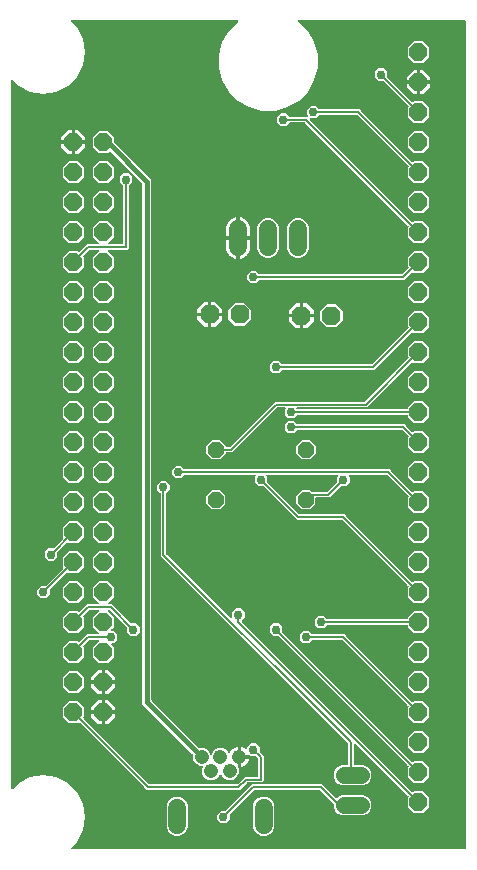
<source format=gbr>
G04 EAGLE Gerber RS-274X export*
G75*
%MOMM*%
%FSLAX34Y34*%
%LPD*%
%INBottom Copper*%
%IPPOS*%
%AMOC8*
5,1,8,0,0,1.08239X$1,22.5*%
G01*
%ADD10P,1.632244X8X112.500000*%
%ADD11P,1.649562X8X292.500000*%
%ADD12C,1.422400*%
%ADD13P,1.429621X8X22.500000*%
%ADD14C,1.524000*%
%ADD15P,1.732040X8X202.500000*%
%ADD16C,1.508000*%
%ADD17C,1.208000*%
%ADD18C,0.457200*%
%ADD19C,0.152400*%
%ADD20C,0.756400*%

G36*
X420136Y23626D02*
X420136Y23626D01*
X420155Y23624D01*
X420257Y23646D01*
X420359Y23662D01*
X420376Y23672D01*
X420396Y23676D01*
X420485Y23729D01*
X420576Y23778D01*
X420590Y23792D01*
X420607Y23802D01*
X420674Y23881D01*
X420746Y23956D01*
X420754Y23974D01*
X420767Y23989D01*
X420806Y24085D01*
X420849Y24179D01*
X420851Y24199D01*
X420859Y24217D01*
X420877Y24384D01*
X420877Y724916D01*
X420874Y724936D01*
X420876Y724955D01*
X420854Y725057D01*
X420838Y725159D01*
X420828Y725176D01*
X420824Y725196D01*
X420771Y725285D01*
X420722Y725376D01*
X420708Y725390D01*
X420698Y725407D01*
X420619Y725474D01*
X420544Y725546D01*
X420526Y725554D01*
X420511Y725567D01*
X420415Y725606D01*
X420321Y725649D01*
X420301Y725651D01*
X420283Y725659D01*
X420116Y725677D01*
X280057Y725677D01*
X279987Y725666D01*
X279915Y725664D01*
X279866Y725646D01*
X279815Y725638D01*
X279751Y725604D01*
X279684Y725579D01*
X279643Y725547D01*
X279597Y725522D01*
X279548Y725470D01*
X279492Y725426D01*
X279464Y725382D01*
X279428Y725344D01*
X279398Y725279D01*
X279359Y725219D01*
X279346Y725168D01*
X279324Y725121D01*
X279316Y725050D01*
X279299Y724980D01*
X279303Y724928D01*
X279297Y724877D01*
X279312Y724806D01*
X279318Y724735D01*
X279338Y724687D01*
X279349Y724636D01*
X279386Y724575D01*
X279414Y724509D01*
X279459Y724453D01*
X279475Y724425D01*
X279493Y724410D01*
X279519Y724378D01*
X287283Y716614D01*
X292801Y707057D01*
X295657Y696398D01*
X295657Y685362D01*
X292801Y674703D01*
X287283Y665146D01*
X279480Y657343D01*
X269923Y651825D01*
X259264Y648969D01*
X248228Y648969D01*
X237569Y651825D01*
X228012Y657343D01*
X220209Y665146D01*
X214691Y674703D01*
X211835Y685362D01*
X211835Y696398D01*
X214691Y707057D01*
X220209Y716614D01*
X227973Y724378D01*
X228015Y724436D01*
X228064Y724488D01*
X228086Y724535D01*
X228117Y724577D01*
X228138Y724646D01*
X228168Y724711D01*
X228174Y724763D01*
X228189Y724813D01*
X228187Y724884D01*
X228195Y724955D01*
X228184Y725006D01*
X228183Y725058D01*
X228158Y725126D01*
X228143Y725196D01*
X228116Y725241D01*
X228098Y725289D01*
X228053Y725345D01*
X228017Y725407D01*
X227977Y725441D01*
X227944Y725481D01*
X227884Y725520D01*
X227830Y725567D01*
X227781Y725586D01*
X227737Y725614D01*
X227668Y725632D01*
X227601Y725659D01*
X227530Y725667D01*
X227499Y725675D01*
X227476Y725673D01*
X227435Y725677D01*
X87819Y725677D01*
X87748Y725666D01*
X87676Y725664D01*
X87627Y725646D01*
X87576Y725638D01*
X87513Y725604D01*
X87445Y725579D01*
X87405Y725547D01*
X87358Y725522D01*
X87309Y725470D01*
X87253Y725426D01*
X87225Y725382D01*
X87189Y725344D01*
X87159Y725279D01*
X87120Y725219D01*
X87107Y725168D01*
X87085Y725121D01*
X87078Y725050D01*
X87060Y724980D01*
X87064Y724928D01*
X87058Y724877D01*
X87074Y724806D01*
X87079Y724735D01*
X87100Y724687D01*
X87111Y724636D01*
X87147Y724575D01*
X87176Y724509D01*
X87220Y724453D01*
X87237Y724425D01*
X87255Y724410D01*
X87280Y724378D01*
X92262Y719397D01*
X97311Y709486D01*
X99051Y698500D01*
X97311Y687514D01*
X92262Y677603D01*
X84397Y669738D01*
X74486Y664689D01*
X63500Y662949D01*
X52514Y664689D01*
X42603Y669738D01*
X37622Y674720D01*
X37564Y674762D01*
X37512Y674811D01*
X37465Y674833D01*
X37423Y674863D01*
X37354Y674884D01*
X37289Y674915D01*
X37237Y674920D01*
X37187Y674936D01*
X37116Y674934D01*
X37045Y674942D01*
X36994Y674931D01*
X36942Y674929D01*
X36874Y674905D01*
X36804Y674889D01*
X36759Y674863D01*
X36711Y674845D01*
X36655Y674800D01*
X36593Y674763D01*
X36559Y674724D01*
X36519Y674691D01*
X36480Y674631D01*
X36433Y674576D01*
X36414Y674528D01*
X36386Y674484D01*
X36368Y674415D01*
X36341Y674348D01*
X36333Y674277D01*
X36325Y674246D01*
X36327Y674222D01*
X36323Y674181D01*
X36323Y75119D01*
X36334Y75048D01*
X36336Y74976D01*
X36354Y74927D01*
X36362Y74876D01*
X36396Y74813D01*
X36421Y74745D01*
X36453Y74705D01*
X36478Y74658D01*
X36530Y74609D01*
X36574Y74553D01*
X36618Y74525D01*
X36656Y74489D01*
X36721Y74459D01*
X36781Y74420D01*
X36832Y74407D01*
X36879Y74385D01*
X36950Y74378D01*
X37020Y74360D01*
X37072Y74364D01*
X37123Y74358D01*
X37194Y74374D01*
X37265Y74379D01*
X37313Y74400D01*
X37364Y74411D01*
X37425Y74447D01*
X37491Y74476D01*
X37547Y74520D01*
X37575Y74537D01*
X37590Y74555D01*
X37622Y74580D01*
X42603Y79562D01*
X52514Y84611D01*
X63500Y86351D01*
X74486Y84611D01*
X84397Y79562D01*
X92262Y71697D01*
X97311Y61786D01*
X99051Y50800D01*
X97311Y39814D01*
X92262Y29903D01*
X87280Y24922D01*
X87238Y24864D01*
X87189Y24812D01*
X87167Y24765D01*
X87137Y24723D01*
X87116Y24654D01*
X87085Y24589D01*
X87080Y24537D01*
X87064Y24487D01*
X87066Y24416D01*
X87058Y24345D01*
X87069Y24294D01*
X87071Y24242D01*
X87095Y24174D01*
X87111Y24104D01*
X87137Y24059D01*
X87155Y24011D01*
X87200Y23955D01*
X87237Y23893D01*
X87276Y23859D01*
X87309Y23819D01*
X87369Y23780D01*
X87424Y23733D01*
X87472Y23714D01*
X87516Y23686D01*
X87585Y23668D01*
X87652Y23641D01*
X87723Y23633D01*
X87754Y23625D01*
X87778Y23627D01*
X87819Y23623D01*
X420116Y23623D01*
X420136Y23626D01*
G37*
%LPC*%
G36*
X203855Y82345D02*
X203855Y82345D01*
X201075Y83497D01*
X198947Y85625D01*
X197795Y88405D01*
X197795Y91415D01*
X198573Y93293D01*
X198584Y93337D01*
X198603Y93379D01*
X198612Y93456D01*
X198629Y93532D01*
X198625Y93578D01*
X198630Y93623D01*
X198614Y93700D01*
X198606Y93777D01*
X198588Y93819D01*
X198578Y93864D01*
X198538Y93931D01*
X198506Y94002D01*
X198475Y94036D01*
X198452Y94075D01*
X198393Y94126D01*
X198340Y94183D01*
X198300Y94205D01*
X198265Y94235D01*
X198193Y94264D01*
X198124Y94301D01*
X198079Y94310D01*
X198037Y94327D01*
X197901Y94342D01*
X197882Y94345D01*
X197877Y94344D01*
X197870Y94345D01*
X195855Y94345D01*
X193075Y95497D01*
X190947Y97625D01*
X189795Y100405D01*
X189795Y103415D01*
X189797Y103419D01*
X189824Y103533D01*
X189852Y103646D01*
X189852Y103652D01*
X189853Y103658D01*
X189842Y103776D01*
X189833Y103891D01*
X189831Y103897D01*
X189830Y103903D01*
X189782Y104012D01*
X189737Y104118D01*
X189732Y104123D01*
X189730Y104128D01*
X189717Y104142D01*
X189632Y104249D01*
X147319Y146562D01*
X147319Y587041D01*
X147305Y587131D01*
X147297Y587222D01*
X147285Y587251D01*
X147280Y587283D01*
X147237Y587364D01*
X147201Y587448D01*
X147175Y587480D01*
X147164Y587501D01*
X147141Y587523D01*
X147096Y587579D01*
X120342Y614333D01*
X120326Y614345D01*
X120314Y614360D01*
X120226Y614416D01*
X120142Y614477D01*
X120124Y614482D01*
X120107Y614493D01*
X120006Y614519D01*
X119907Y614549D01*
X119887Y614548D01*
X119868Y614553D01*
X119765Y614545D01*
X119661Y614543D01*
X119643Y614536D01*
X119623Y614534D01*
X119528Y614494D01*
X119430Y614458D01*
X119415Y614446D01*
X119397Y614438D01*
X119266Y614333D01*
X118088Y613155D01*
X110512Y613155D01*
X105155Y618512D01*
X105155Y626088D01*
X110512Y631445D01*
X118088Y631445D01*
X123445Y626088D01*
X123445Y622324D01*
X123459Y622234D01*
X123467Y622143D01*
X123479Y622114D01*
X123484Y622082D01*
X123527Y622001D01*
X123563Y621917D01*
X123589Y621885D01*
X123600Y621864D01*
X123623Y621842D01*
X123668Y621786D01*
X154941Y590513D01*
X154941Y150034D01*
X154955Y149944D01*
X154963Y149853D01*
X154975Y149823D01*
X154980Y149791D01*
X155023Y149710D01*
X155059Y149626D01*
X155085Y149594D01*
X155096Y149574D01*
X155119Y149551D01*
X155164Y149496D01*
X195021Y109638D01*
X195116Y109570D01*
X195210Y109500D01*
X195216Y109498D01*
X195221Y109494D01*
X195333Y109460D01*
X195444Y109424D01*
X195450Y109424D01*
X195456Y109422D01*
X195573Y109425D01*
X195690Y109426D01*
X195697Y109428D01*
X195702Y109428D01*
X195719Y109435D01*
X195851Y109473D01*
X195855Y109475D01*
X198865Y109475D01*
X201645Y108323D01*
X203773Y106195D01*
X204657Y104062D01*
X204695Y104001D01*
X204724Y103935D01*
X204759Y103897D01*
X204786Y103853D01*
X204842Y103807D01*
X204890Y103754D01*
X204936Y103729D01*
X204976Y103696D01*
X205043Y103670D01*
X205106Y103636D01*
X205157Y103626D01*
X205205Y103608D01*
X205277Y103605D01*
X205348Y103592D01*
X205399Y103599D01*
X205451Y103597D01*
X205520Y103617D01*
X205591Y103628D01*
X205637Y103651D01*
X205687Y103666D01*
X205746Y103707D01*
X205810Y103739D01*
X205847Y103776D01*
X205889Y103806D01*
X205932Y103864D01*
X205982Y103915D01*
X206017Y103978D01*
X206036Y104003D01*
X206043Y104026D01*
X206063Y104062D01*
X206947Y106195D01*
X209075Y108323D01*
X211855Y109475D01*
X214865Y109475D01*
X217645Y108323D01*
X219773Y106195D01*
X220107Y105389D01*
X220145Y105328D01*
X220174Y105263D01*
X220209Y105224D01*
X220236Y105180D01*
X220292Y105134D01*
X220340Y105082D01*
X220386Y105057D01*
X220426Y105023D01*
X220493Y104998D01*
X220556Y104963D01*
X220607Y104954D01*
X220656Y104935D01*
X220727Y104932D01*
X220798Y104919D01*
X220849Y104927D01*
X220901Y104925D01*
X220970Y104945D01*
X221041Y104955D01*
X221088Y104979D01*
X221138Y104993D01*
X221196Y105034D01*
X221260Y105067D01*
X221297Y105104D01*
X221340Y105134D01*
X221382Y105191D01*
X221433Y105242D01*
X221467Y105305D01*
X221486Y105331D01*
X221494Y105353D01*
X221513Y105389D01*
X221756Y105975D01*
X222695Y107380D01*
X223890Y108575D01*
X225295Y109514D01*
X226857Y110161D01*
X227837Y110356D01*
X227837Y102672D01*
X227840Y102652D01*
X227838Y102633D01*
X227860Y102531D01*
X227877Y102429D01*
X227886Y102412D01*
X227890Y102392D01*
X227943Y102303D01*
X227992Y102212D01*
X228006Y102198D01*
X228016Y102181D01*
X228095Y102114D01*
X228170Y102043D01*
X228188Y102034D01*
X228203Y102021D01*
X228299Y101983D01*
X228393Y101939D01*
X228413Y101937D01*
X228431Y101929D01*
X228598Y101911D01*
X229361Y101911D01*
X229361Y101909D01*
X228598Y101909D01*
X228578Y101906D01*
X228559Y101908D01*
X228457Y101886D01*
X228355Y101869D01*
X228338Y101860D01*
X228318Y101856D01*
X228229Y101803D01*
X228138Y101754D01*
X228124Y101740D01*
X228107Y101730D01*
X228040Y101651D01*
X227969Y101576D01*
X227960Y101558D01*
X227947Y101543D01*
X227908Y101447D01*
X227865Y101353D01*
X227863Y101333D01*
X227855Y101315D01*
X227837Y101148D01*
X227837Y94193D01*
X227847Y94128D01*
X227848Y94062D01*
X227871Y93982D01*
X227877Y93950D01*
X227886Y93933D01*
X227895Y93901D01*
X228925Y91415D01*
X228925Y88405D01*
X227773Y85625D01*
X225645Y83497D01*
X222865Y82345D01*
X219855Y82345D01*
X217075Y83497D01*
X214947Y85625D01*
X214063Y87758D01*
X214025Y87819D01*
X213996Y87885D01*
X213961Y87923D01*
X213934Y87967D01*
X213878Y88013D01*
X213830Y88066D01*
X213784Y88091D01*
X213744Y88124D01*
X213677Y88150D01*
X213614Y88184D01*
X213563Y88194D01*
X213515Y88212D01*
X213443Y88215D01*
X213372Y88228D01*
X213321Y88220D01*
X213269Y88223D01*
X213200Y88203D01*
X213129Y88192D01*
X213083Y88169D01*
X213033Y88154D01*
X212974Y88113D01*
X212910Y88081D01*
X212873Y88044D01*
X212831Y88014D01*
X212788Y87956D01*
X212738Y87905D01*
X212703Y87842D01*
X212684Y87817D01*
X212677Y87794D01*
X212657Y87758D01*
X211773Y85625D01*
X209645Y83497D01*
X206865Y82345D01*
X203855Y82345D01*
G37*
%LPD*%
%LPC*%
G36*
X377245Y54435D02*
X377245Y54435D01*
X371935Y59745D01*
X371935Y67255D01*
X372435Y67754D01*
X372447Y67771D01*
X372462Y67783D01*
X372518Y67870D01*
X372579Y67954D01*
X372584Y67973D01*
X372595Y67990D01*
X372621Y68090D01*
X372651Y68189D01*
X372650Y68209D01*
X372655Y68229D01*
X372647Y68331D01*
X372645Y68435D01*
X372638Y68454D01*
X372636Y68474D01*
X372596Y68569D01*
X372560Y68666D01*
X372548Y68682D01*
X372540Y68700D01*
X372435Y68831D01*
X327436Y113830D01*
X327378Y113872D01*
X327326Y113921D01*
X327279Y113943D01*
X327237Y113973D01*
X327168Y113994D01*
X327103Y114025D01*
X327051Y114030D01*
X327001Y114046D01*
X326930Y114044D01*
X326859Y114052D01*
X326808Y114041D01*
X326756Y114039D01*
X326688Y114015D01*
X326618Y114000D01*
X326574Y113973D01*
X326525Y113955D01*
X326469Y113910D01*
X326407Y113873D01*
X326373Y113834D01*
X326333Y113801D01*
X326294Y113741D01*
X326247Y113686D01*
X326228Y113638D01*
X326200Y113594D01*
X326182Y113525D01*
X326155Y113458D01*
X326147Y113387D01*
X326139Y113356D01*
X326141Y113332D01*
X326137Y113292D01*
X326137Y95758D01*
X326140Y95738D01*
X326138Y95719D01*
X326160Y95617D01*
X326176Y95515D01*
X326186Y95498D01*
X326190Y95478D01*
X326243Y95389D01*
X326292Y95298D01*
X326306Y95284D01*
X326316Y95267D01*
X326395Y95200D01*
X326470Y95128D01*
X326488Y95120D01*
X326503Y95107D01*
X326599Y95068D01*
X326693Y95025D01*
X326713Y95023D01*
X326731Y95015D01*
X326898Y94997D01*
X333950Y94997D01*
X337124Y93682D01*
X339554Y91252D01*
X340869Y88078D01*
X340869Y84642D01*
X339554Y81468D01*
X337124Y79038D01*
X333950Y77723D01*
X316290Y77723D01*
X313116Y79038D01*
X310686Y81468D01*
X309371Y84642D01*
X309371Y88078D01*
X310686Y91252D01*
X313116Y93682D01*
X316290Y94997D01*
X320802Y94997D01*
X320822Y95000D01*
X320841Y94998D01*
X320943Y95020D01*
X321045Y95036D01*
X321062Y95046D01*
X321082Y95050D01*
X321171Y95103D01*
X321262Y95152D01*
X321276Y95166D01*
X321293Y95176D01*
X321360Y95255D01*
X321432Y95330D01*
X321440Y95348D01*
X321453Y95363D01*
X321492Y95459D01*
X321535Y95553D01*
X321537Y95573D01*
X321545Y95591D01*
X321563Y95758D01*
X321563Y113037D01*
X321549Y113128D01*
X321541Y113218D01*
X321529Y113248D01*
X321524Y113280D01*
X321481Y113361D01*
X321445Y113445D01*
X321419Y113477D01*
X321408Y113498D01*
X321385Y113520D01*
X321340Y113576D01*
X162813Y272103D01*
X162813Y324667D01*
X162799Y324757D01*
X162791Y324848D01*
X162779Y324877D01*
X162774Y324909D01*
X162731Y324990D01*
X162695Y325074D01*
X162669Y325106D01*
X162658Y325127D01*
X162635Y325149D01*
X162590Y325205D01*
X159793Y328002D01*
X159793Y332398D01*
X162902Y335507D01*
X167298Y335507D01*
X170407Y332398D01*
X170407Y328002D01*
X167610Y325205D01*
X167557Y325131D01*
X167497Y325061D01*
X167485Y325031D01*
X167466Y325005D01*
X167439Y324918D01*
X167405Y324833D01*
X167401Y324792D01*
X167394Y324770D01*
X167395Y324738D01*
X167387Y324667D01*
X167387Y274313D01*
X167401Y274222D01*
X167409Y274132D01*
X167421Y274102D01*
X167426Y274070D01*
X167469Y273989D01*
X167505Y273905D01*
X167531Y273873D01*
X167542Y273852D01*
X167565Y273830D01*
X167610Y273774D01*
X221994Y219390D01*
X222052Y219348D01*
X222104Y219299D01*
X222151Y219277D01*
X222193Y219247D01*
X222262Y219226D01*
X222327Y219195D01*
X222379Y219190D01*
X222429Y219174D01*
X222500Y219176D01*
X222571Y219168D01*
X222622Y219179D01*
X222674Y219181D01*
X222742Y219205D01*
X222812Y219220D01*
X222857Y219247D01*
X222905Y219265D01*
X222961Y219310D01*
X223023Y219347D01*
X223057Y219386D01*
X223097Y219419D01*
X223136Y219479D01*
X223183Y219534D01*
X223202Y219582D01*
X223230Y219626D01*
X223248Y219695D01*
X223275Y219762D01*
X223283Y219833D01*
X223291Y219864D01*
X223289Y219888D01*
X223293Y219928D01*
X223293Y224448D01*
X226402Y227557D01*
X230798Y227557D01*
X233907Y224448D01*
X233907Y220052D01*
X231333Y217478D01*
X231321Y217462D01*
X231305Y217449D01*
X231249Y217362D01*
X231189Y217278D01*
X231183Y217259D01*
X231172Y217242D01*
X231147Y217142D01*
X231117Y217043D01*
X231117Y217023D01*
X231112Y217004D01*
X231120Y216901D01*
X231123Y216797D01*
X231130Y216778D01*
X231132Y216759D01*
X231172Y216664D01*
X231208Y216566D01*
X231220Y216550D01*
X231228Y216532D01*
X231333Y216401D01*
X375669Y72065D01*
X375685Y72053D01*
X375698Y72038D01*
X375785Y71982D01*
X375869Y71921D01*
X375888Y71916D01*
X375905Y71905D01*
X376005Y71879D01*
X376104Y71849D01*
X376124Y71850D01*
X376143Y71845D01*
X376246Y71853D01*
X376350Y71855D01*
X376368Y71862D01*
X376388Y71864D01*
X376483Y71904D01*
X376581Y71940D01*
X376596Y71952D01*
X376615Y71960D01*
X376746Y72065D01*
X377245Y72565D01*
X384755Y72565D01*
X390065Y67255D01*
X390065Y59745D01*
X384755Y54435D01*
X377245Y54435D01*
G37*
%LPD*%
%LPC*%
G36*
X377245Y232235D02*
X377245Y232235D01*
X371935Y237545D01*
X371935Y245055D01*
X372435Y245554D01*
X372447Y245571D01*
X372462Y245583D01*
X372518Y245670D01*
X372579Y245754D01*
X372584Y245773D01*
X372595Y245790D01*
X372621Y245890D01*
X372651Y245989D01*
X372650Y246009D01*
X372655Y246029D01*
X372647Y246132D01*
X372645Y246235D01*
X372638Y246254D01*
X372636Y246274D01*
X372596Y246369D01*
X372560Y246466D01*
X372548Y246482D01*
X372540Y246500D01*
X372435Y246631D01*
X316776Y302290D01*
X316702Y302343D01*
X316632Y302403D01*
X316602Y302415D01*
X316576Y302434D01*
X316489Y302461D01*
X316404Y302495D01*
X316363Y302499D01*
X316341Y302506D01*
X316309Y302505D01*
X316237Y302513D01*
X278453Y302513D01*
X249946Y331020D01*
X249872Y331073D01*
X249802Y331133D01*
X249772Y331145D01*
X249746Y331164D01*
X249659Y331191D01*
X249574Y331225D01*
X249533Y331229D01*
X249511Y331236D01*
X249479Y331235D01*
X249407Y331243D01*
X245452Y331243D01*
X242343Y334352D01*
X242343Y338748D01*
X242909Y339314D01*
X242951Y339372D01*
X243000Y339424D01*
X243022Y339471D01*
X243052Y339513D01*
X243074Y339582D01*
X243104Y339647D01*
X243109Y339699D01*
X243125Y339749D01*
X243123Y339820D01*
X243131Y339891D01*
X243120Y339942D01*
X243118Y339994D01*
X243094Y340062D01*
X243079Y340132D01*
X243052Y340177D01*
X243034Y340225D01*
X242989Y340281D01*
X242952Y340343D01*
X242913Y340377D01*
X242880Y340417D01*
X242820Y340456D01*
X242765Y340503D01*
X242717Y340522D01*
X242673Y340550D01*
X242604Y340568D01*
X242537Y340595D01*
X242466Y340603D01*
X242435Y340611D01*
X242412Y340609D01*
X242371Y340613D01*
X183333Y340613D01*
X183243Y340599D01*
X183152Y340591D01*
X183123Y340579D01*
X183091Y340574D01*
X183010Y340531D01*
X182926Y340495D01*
X182894Y340469D01*
X182873Y340458D01*
X182851Y340435D01*
X182795Y340390D01*
X179998Y337593D01*
X175602Y337593D01*
X172493Y340702D01*
X172493Y345098D01*
X175602Y348207D01*
X179998Y348207D01*
X182795Y345410D01*
X182869Y345357D01*
X182939Y345297D01*
X182969Y345285D01*
X182995Y345266D01*
X183082Y345239D01*
X183167Y345205D01*
X183208Y345201D01*
X183230Y345194D01*
X183262Y345195D01*
X183333Y345187D01*
X356547Y345187D01*
X358110Y343624D01*
X375669Y326065D01*
X375685Y326053D01*
X375698Y326038D01*
X375785Y325982D01*
X375869Y325921D01*
X375888Y325916D01*
X375905Y325905D01*
X376005Y325879D01*
X376104Y325849D01*
X376124Y325850D01*
X376143Y325845D01*
X376246Y325853D01*
X376350Y325855D01*
X376368Y325862D01*
X376388Y325864D01*
X376483Y325904D01*
X376581Y325940D01*
X376596Y325952D01*
X376615Y325960D01*
X376746Y326065D01*
X377245Y326565D01*
X384755Y326565D01*
X390065Y321255D01*
X390065Y313745D01*
X384755Y308435D01*
X377245Y308435D01*
X371935Y313745D01*
X371935Y321255D01*
X372435Y321754D01*
X372447Y321771D01*
X372462Y321783D01*
X372518Y321870D01*
X372579Y321954D01*
X372584Y321973D01*
X372595Y321990D01*
X372621Y322090D01*
X372651Y322189D01*
X372650Y322209D01*
X372655Y322229D01*
X372647Y322332D01*
X372645Y322435D01*
X372638Y322454D01*
X372636Y322474D01*
X372596Y322569D01*
X372560Y322666D01*
X372548Y322682D01*
X372540Y322700D01*
X372435Y322831D01*
X354876Y340390D01*
X354802Y340443D01*
X354732Y340503D01*
X354702Y340515D01*
X354676Y340534D01*
X354589Y340561D01*
X354504Y340595D01*
X354463Y340599D01*
X354441Y340606D01*
X354409Y340605D01*
X354337Y340613D01*
X322779Y340613D01*
X322709Y340602D01*
X322637Y340600D01*
X322588Y340582D01*
X322537Y340574D01*
X322473Y340540D01*
X322406Y340515D01*
X322365Y340483D01*
X322319Y340458D01*
X322270Y340406D01*
X322214Y340362D01*
X322186Y340318D01*
X322150Y340280D01*
X322120Y340215D01*
X322081Y340155D01*
X322068Y340104D01*
X322046Y340057D01*
X322038Y339986D01*
X322021Y339916D01*
X322025Y339864D01*
X322019Y339813D01*
X322034Y339742D01*
X322040Y339671D01*
X322060Y339623D01*
X322071Y339572D01*
X322108Y339511D01*
X322136Y339445D01*
X322181Y339389D01*
X322198Y339361D01*
X322215Y339346D01*
X322241Y339314D01*
X322807Y338748D01*
X322807Y334352D01*
X319698Y331243D01*
X315743Y331243D01*
X315652Y331229D01*
X315562Y331221D01*
X315532Y331209D01*
X315500Y331204D01*
X315419Y331161D01*
X315335Y331125D01*
X315303Y331099D01*
X315282Y331088D01*
X315260Y331065D01*
X315204Y331020D01*
X305747Y321563D01*
X294386Y321563D01*
X294366Y321560D01*
X294347Y321562D01*
X294245Y321540D01*
X294143Y321524D01*
X294126Y321514D01*
X294106Y321510D01*
X294017Y321457D01*
X293926Y321408D01*
X293912Y321394D01*
X293895Y321384D01*
X293828Y321305D01*
X293756Y321230D01*
X293748Y321212D01*
X293735Y321197D01*
X293696Y321101D01*
X293653Y321007D01*
X293651Y320987D01*
X293643Y320969D01*
X293625Y320802D01*
X293625Y316165D01*
X288863Y311403D01*
X282129Y311403D01*
X277367Y316165D01*
X277367Y322899D01*
X282129Y327661D01*
X288863Y327661D01*
X290164Y326360D01*
X290238Y326307D01*
X290307Y326247D01*
X290338Y326235D01*
X290364Y326216D01*
X290451Y326189D01*
X290536Y326155D01*
X290577Y326151D01*
X290599Y326144D01*
X290631Y326145D01*
X290702Y326137D01*
X303537Y326137D01*
X303628Y326151D01*
X303718Y326159D01*
X303748Y326171D01*
X303780Y326176D01*
X303861Y326219D01*
X303945Y326255D01*
X303977Y326281D01*
X303998Y326292D01*
X304020Y326315D01*
X304076Y326360D01*
X311970Y334254D01*
X312023Y334328D01*
X312083Y334398D01*
X312095Y334428D01*
X312114Y334454D01*
X312141Y334541D01*
X312175Y334626D01*
X312179Y334667D01*
X312186Y334689D01*
X312185Y334721D01*
X312193Y334793D01*
X312193Y338748D01*
X312759Y339314D01*
X312801Y339372D01*
X312850Y339424D01*
X312872Y339471D01*
X312902Y339513D01*
X312924Y339582D01*
X312954Y339647D01*
X312959Y339699D01*
X312975Y339749D01*
X312973Y339820D01*
X312981Y339891D01*
X312970Y339942D01*
X312968Y339994D01*
X312944Y340062D01*
X312929Y340132D01*
X312902Y340177D01*
X312884Y340225D01*
X312839Y340281D01*
X312802Y340343D01*
X312763Y340377D01*
X312730Y340417D01*
X312670Y340456D01*
X312615Y340503D01*
X312567Y340522D01*
X312523Y340550D01*
X312454Y340568D01*
X312387Y340595D01*
X312316Y340603D01*
X312285Y340611D01*
X312262Y340609D01*
X312221Y340613D01*
X252929Y340613D01*
X252859Y340602D01*
X252787Y340600D01*
X252738Y340582D01*
X252687Y340574D01*
X252623Y340540D01*
X252556Y340515D01*
X252515Y340483D01*
X252469Y340458D01*
X252420Y340406D01*
X252364Y340362D01*
X252336Y340318D01*
X252300Y340280D01*
X252270Y340215D01*
X252231Y340155D01*
X252218Y340104D01*
X252196Y340057D01*
X252188Y339986D01*
X252171Y339916D01*
X252175Y339864D01*
X252169Y339813D01*
X252184Y339742D01*
X252190Y339671D01*
X252210Y339623D01*
X252221Y339572D01*
X252258Y339511D01*
X252286Y339445D01*
X252331Y339389D01*
X252348Y339361D01*
X252365Y339346D01*
X252391Y339314D01*
X252957Y338748D01*
X252957Y334793D01*
X252971Y334702D01*
X252979Y334612D01*
X252991Y334582D01*
X252996Y334550D01*
X253039Y334469D01*
X253075Y334385D01*
X253101Y334353D01*
X253112Y334332D01*
X253135Y334310D01*
X253180Y334254D01*
X280124Y307310D01*
X280198Y307257D01*
X280268Y307197D01*
X280298Y307185D01*
X280324Y307166D01*
X280411Y307139D01*
X280496Y307105D01*
X280537Y307101D01*
X280559Y307094D01*
X280591Y307095D01*
X280663Y307087D01*
X318447Y307087D01*
X320010Y305524D01*
X375669Y249865D01*
X375685Y249853D01*
X375698Y249838D01*
X375785Y249782D01*
X375869Y249721D01*
X375888Y249716D01*
X375905Y249705D01*
X376005Y249679D01*
X376104Y249649D01*
X376124Y249650D01*
X376143Y249645D01*
X376246Y249653D01*
X376350Y249655D01*
X376368Y249662D01*
X376388Y249664D01*
X376483Y249704D01*
X376581Y249740D01*
X376596Y249752D01*
X376615Y249760D01*
X376746Y249865D01*
X377245Y250365D01*
X384755Y250365D01*
X390065Y245055D01*
X390065Y237545D01*
X384755Y232235D01*
X377245Y232235D01*
G37*
%LPD*%
%LPC*%
G36*
X206183Y353821D02*
X206183Y353821D01*
X201421Y358583D01*
X201421Y365317D01*
X206183Y370079D01*
X212917Y370079D01*
X217679Y365317D01*
X217679Y364998D01*
X217682Y364978D01*
X217680Y364959D01*
X217702Y364857D01*
X217718Y364755D01*
X217728Y364738D01*
X217732Y364718D01*
X217785Y364629D01*
X217834Y364538D01*
X217848Y364524D01*
X217858Y364507D01*
X217937Y364440D01*
X218012Y364368D01*
X218030Y364360D01*
X218045Y364347D01*
X218141Y364308D01*
X218235Y364265D01*
X218255Y364263D01*
X218273Y364255D01*
X218440Y364237D01*
X220987Y364237D01*
X221078Y364251D01*
X221168Y364259D01*
X221198Y364271D01*
X221230Y364276D01*
X221311Y364319D01*
X221395Y364355D01*
X221427Y364381D01*
X221448Y364392D01*
X221470Y364415D01*
X221526Y364460D01*
X259403Y402337D01*
X335287Y402337D01*
X335378Y402351D01*
X335468Y402359D01*
X335498Y402371D01*
X335530Y402376D01*
X335611Y402419D01*
X335695Y402455D01*
X335727Y402481D01*
X335748Y402492D01*
X335770Y402515D01*
X335826Y402560D01*
X372435Y439169D01*
X372447Y439185D01*
X372462Y439198D01*
X372518Y439285D01*
X372579Y439369D01*
X372584Y439388D01*
X372595Y439405D01*
X372621Y439505D01*
X372651Y439604D01*
X372650Y439624D01*
X372655Y439643D01*
X372647Y439746D01*
X372645Y439850D01*
X372638Y439868D01*
X372636Y439888D01*
X372596Y439983D01*
X372560Y440081D01*
X372548Y440096D01*
X372540Y440115D01*
X372435Y440246D01*
X371935Y440745D01*
X371935Y448255D01*
X377245Y453565D01*
X384755Y453565D01*
X390065Y448255D01*
X390065Y440745D01*
X384755Y435435D01*
X377245Y435435D01*
X376746Y435935D01*
X376729Y435947D01*
X376717Y435962D01*
X376630Y436018D01*
X376546Y436079D01*
X376527Y436084D01*
X376510Y436095D01*
X376410Y436121D01*
X376311Y436151D01*
X376291Y436150D01*
X376271Y436155D01*
X376168Y436147D01*
X376065Y436145D01*
X376046Y436138D01*
X376026Y436136D01*
X375931Y436096D01*
X375834Y436060D01*
X375818Y436048D01*
X375800Y436040D01*
X375669Y435935D01*
X339060Y399326D01*
X337497Y397763D01*
X278329Y397763D01*
X278259Y397752D01*
X278187Y397750D01*
X278138Y397732D01*
X278087Y397724D01*
X278023Y397690D01*
X277956Y397665D01*
X277915Y397633D01*
X277869Y397608D01*
X277820Y397557D01*
X277764Y397512D01*
X277736Y397468D01*
X277700Y397430D01*
X277670Y397365D01*
X277631Y397305D01*
X277618Y397254D01*
X277596Y397207D01*
X277588Y397136D01*
X277571Y397066D01*
X277575Y397014D01*
X277569Y396963D01*
X277584Y396892D01*
X277590Y396821D01*
X277610Y396773D01*
X277621Y396722D01*
X277658Y396661D01*
X277686Y396595D01*
X277731Y396539D01*
X277748Y396511D01*
X277765Y396496D01*
X277791Y396464D01*
X278045Y396210D01*
X278119Y396157D01*
X278189Y396097D01*
X278219Y396085D01*
X278245Y396066D01*
X278332Y396039D01*
X278417Y396005D01*
X278458Y396001D01*
X278480Y395994D01*
X278512Y395995D01*
X278583Y395987D01*
X371174Y395987D01*
X371194Y395990D01*
X371213Y395988D01*
X371315Y396010D01*
X371417Y396026D01*
X371434Y396036D01*
X371454Y396040D01*
X371543Y396093D01*
X371634Y396142D01*
X371648Y396156D01*
X371665Y396166D01*
X371732Y396245D01*
X371804Y396320D01*
X371812Y396338D01*
X371825Y396353D01*
X371864Y396449D01*
X371907Y396543D01*
X371909Y396563D01*
X371917Y396581D01*
X371935Y396748D01*
X371935Y397455D01*
X377245Y402765D01*
X384755Y402765D01*
X390065Y397455D01*
X390065Y389945D01*
X384755Y384635D01*
X377245Y384635D01*
X371935Y389945D01*
X371935Y390652D01*
X371932Y390672D01*
X371934Y390691D01*
X371912Y390793D01*
X371896Y390895D01*
X371886Y390912D01*
X371882Y390932D01*
X371829Y391021D01*
X371780Y391112D01*
X371766Y391126D01*
X371756Y391143D01*
X371677Y391210D01*
X371602Y391282D01*
X371584Y391290D01*
X371569Y391303D01*
X371473Y391342D01*
X371379Y391385D01*
X371359Y391387D01*
X371341Y391395D01*
X371174Y391413D01*
X278583Y391413D01*
X278493Y391399D01*
X278402Y391391D01*
X278373Y391379D01*
X278341Y391374D01*
X278260Y391331D01*
X278176Y391295D01*
X278144Y391269D01*
X278123Y391258D01*
X278101Y391235D01*
X278045Y391190D01*
X275248Y388393D01*
X270852Y388393D01*
X267743Y391502D01*
X267743Y395898D01*
X268309Y396464D01*
X268351Y396522D01*
X268400Y396574D01*
X268422Y396621D01*
X268452Y396663D01*
X268474Y396732D01*
X268504Y396797D01*
X268509Y396849D01*
X268525Y396899D01*
X268523Y396970D01*
X268531Y397041D01*
X268520Y397092D01*
X268518Y397144D01*
X268494Y397212D01*
X268479Y397282D01*
X268452Y397327D01*
X268434Y397375D01*
X268389Y397431D01*
X268352Y397493D01*
X268313Y397527D01*
X268280Y397567D01*
X268220Y397606D01*
X268165Y397653D01*
X268117Y397672D01*
X268073Y397700D01*
X268004Y397718D01*
X267937Y397745D01*
X267866Y397753D01*
X267835Y397761D01*
X267812Y397759D01*
X267771Y397763D01*
X261613Y397763D01*
X261522Y397749D01*
X261432Y397741D01*
X261402Y397729D01*
X261370Y397724D01*
X261289Y397681D01*
X261205Y397645D01*
X261173Y397619D01*
X261152Y397608D01*
X261130Y397585D01*
X261074Y397540D01*
X223197Y359663D01*
X218440Y359663D01*
X218420Y359660D01*
X218401Y359662D01*
X218299Y359640D01*
X218197Y359624D01*
X218180Y359614D01*
X218160Y359610D01*
X218071Y359557D01*
X217980Y359508D01*
X217966Y359494D01*
X217949Y359484D01*
X217882Y359405D01*
X217810Y359330D01*
X217802Y359312D01*
X217789Y359297D01*
X217750Y359201D01*
X217707Y359107D01*
X217705Y359087D01*
X217697Y359069D01*
X217679Y358902D01*
X217679Y358583D01*
X212917Y353821D01*
X206183Y353821D01*
G37*
%LPD*%
%LPC*%
G36*
X85112Y181355D02*
X85112Y181355D01*
X79755Y186712D01*
X79755Y194288D01*
X85112Y199645D01*
X92688Y199645D01*
X93211Y199122D01*
X93227Y199110D01*
X93240Y199094D01*
X93327Y199038D01*
X93411Y198978D01*
X93430Y198972D01*
X93447Y198961D01*
X93547Y198936D01*
X93646Y198906D01*
X93666Y198906D01*
X93685Y198901D01*
X93788Y198909D01*
X93892Y198912D01*
X93911Y198919D01*
X93930Y198920D01*
X94025Y198961D01*
X94123Y198996D01*
X94138Y199009D01*
X94157Y199017D01*
X94288Y199122D01*
X100653Y205487D01*
X109943Y205487D01*
X110014Y205498D01*
X110085Y205500D01*
X110134Y205518D01*
X110186Y205526D01*
X110249Y205560D01*
X110316Y205585D01*
X110357Y205617D01*
X110403Y205642D01*
X110452Y205694D01*
X110508Y205738D01*
X110537Y205782D01*
X110572Y205820D01*
X110603Y205885D01*
X110641Y205945D01*
X110654Y205996D01*
X110676Y206043D01*
X110684Y206114D01*
X110701Y206184D01*
X110697Y206236D01*
X110703Y206287D01*
X110688Y206358D01*
X110682Y206429D01*
X110662Y206477D01*
X110651Y206528D01*
X110614Y206589D01*
X110586Y206655D01*
X110541Y206711D01*
X110525Y206739D01*
X110507Y206754D01*
X110481Y206786D01*
X105155Y212112D01*
X105155Y219688D01*
X110481Y225014D01*
X110523Y225072D01*
X110572Y225124D01*
X110594Y225171D01*
X110625Y225213D01*
X110646Y225282D01*
X110676Y225347D01*
X110682Y225399D01*
X110697Y225449D01*
X110695Y225520D01*
X110703Y225591D01*
X110692Y225642D01*
X110691Y225694D01*
X110666Y225762D01*
X110651Y225832D01*
X110624Y225877D01*
X110606Y225925D01*
X110561Y225981D01*
X110525Y226043D01*
X110485Y226077D01*
X110453Y226117D01*
X110392Y226156D01*
X110338Y226203D01*
X110289Y226222D01*
X110246Y226250D01*
X110176Y226268D01*
X110110Y226295D01*
X110038Y226303D01*
X110007Y226311D01*
X109984Y226309D01*
X109943Y226313D01*
X102863Y226313D01*
X102772Y226299D01*
X102682Y226291D01*
X102652Y226279D01*
X102620Y226274D01*
X102539Y226231D01*
X102455Y226195D01*
X102423Y226169D01*
X102402Y226158D01*
X102380Y226135D01*
X102324Y226090D01*
X97522Y221288D01*
X97510Y221271D01*
X97494Y221259D01*
X97438Y221172D01*
X97378Y221088D01*
X97372Y221069D01*
X97361Y221052D01*
X97336Y220952D01*
X97306Y220853D01*
X97306Y220833D01*
X97301Y220814D01*
X97309Y220711D01*
X97312Y220607D01*
X97319Y220588D01*
X97320Y220568D01*
X97361Y220473D01*
X97396Y220376D01*
X97409Y220360D01*
X97417Y220342D01*
X97522Y220211D01*
X98045Y219688D01*
X98045Y212112D01*
X92688Y206755D01*
X85112Y206755D01*
X79755Y212112D01*
X79755Y219688D01*
X85112Y225045D01*
X92688Y225045D01*
X93211Y224522D01*
X93227Y224510D01*
X93240Y224494D01*
X93327Y224438D01*
X93411Y224378D01*
X93430Y224372D01*
X93447Y224361D01*
X93547Y224336D01*
X93646Y224306D01*
X93666Y224306D01*
X93685Y224301D01*
X93788Y224309D01*
X93892Y224312D01*
X93911Y224319D01*
X93930Y224320D01*
X94025Y224361D01*
X94123Y224396D01*
X94138Y224409D01*
X94157Y224417D01*
X94288Y224522D01*
X100653Y230887D01*
X109943Y230887D01*
X110014Y230898D01*
X110085Y230900D01*
X110134Y230918D01*
X110186Y230926D01*
X110249Y230960D01*
X110316Y230985D01*
X110357Y231017D01*
X110403Y231042D01*
X110452Y231094D01*
X110508Y231138D01*
X110537Y231182D01*
X110572Y231220D01*
X110603Y231285D01*
X110641Y231345D01*
X110654Y231396D01*
X110676Y231443D01*
X110684Y231514D01*
X110701Y231584D01*
X110697Y231636D01*
X110703Y231687D01*
X110688Y231758D01*
X110682Y231829D01*
X110662Y231877D01*
X110651Y231928D01*
X110614Y231989D01*
X110586Y232055D01*
X110541Y232111D01*
X110525Y232139D01*
X110507Y232154D01*
X110481Y232186D01*
X105155Y237512D01*
X105155Y245088D01*
X110512Y250445D01*
X118088Y250445D01*
X123445Y245088D01*
X123445Y237512D01*
X118119Y232186D01*
X118077Y232128D01*
X118028Y232076D01*
X118006Y232029D01*
X117975Y231987D01*
X117954Y231918D01*
X117924Y231853D01*
X117918Y231801D01*
X117903Y231751D01*
X117905Y231680D01*
X117897Y231609D01*
X117908Y231558D01*
X117909Y231506D01*
X117934Y231438D01*
X117949Y231368D01*
X117976Y231323D01*
X117994Y231275D01*
X118039Y231219D01*
X118075Y231157D01*
X118115Y231123D01*
X118147Y231083D01*
X118208Y231044D01*
X118262Y230997D01*
X118311Y230978D01*
X118354Y230950D01*
X118424Y230932D01*
X118490Y230905D01*
X118562Y230897D01*
X118593Y230889D01*
X118616Y230891D01*
X118657Y230887D01*
X121597Y230887D01*
X123160Y229324D01*
X137404Y215080D01*
X137478Y215027D01*
X137548Y214967D01*
X137578Y214955D01*
X137604Y214936D01*
X137691Y214909D01*
X137776Y214875D01*
X137817Y214871D01*
X137839Y214864D01*
X137871Y214865D01*
X137942Y214857D01*
X141898Y214857D01*
X145007Y211748D01*
X145007Y207352D01*
X141898Y204243D01*
X137502Y204243D01*
X134393Y207352D01*
X134393Y211308D01*
X134379Y211398D01*
X134371Y211489D01*
X134359Y211518D01*
X134354Y211550D01*
X134311Y211631D01*
X134275Y211715D01*
X134249Y211747D01*
X134238Y211768D01*
X134215Y211790D01*
X134170Y211846D01*
X119926Y226090D01*
X119852Y226143D01*
X119782Y226203D01*
X119752Y226215D01*
X119726Y226234D01*
X119639Y226261D01*
X119554Y226295D01*
X119513Y226299D01*
X119491Y226306D01*
X119459Y226305D01*
X119387Y226313D01*
X118657Y226313D01*
X118586Y226302D01*
X118515Y226300D01*
X118466Y226282D01*
X118414Y226274D01*
X118351Y226240D01*
X118284Y226215D01*
X118243Y226183D01*
X118197Y226158D01*
X118148Y226106D01*
X118092Y226062D01*
X118063Y226018D01*
X118028Y225980D01*
X117997Y225915D01*
X117959Y225855D01*
X117946Y225804D01*
X117924Y225757D01*
X117916Y225686D01*
X117899Y225616D01*
X117903Y225564D01*
X117897Y225513D01*
X117912Y225442D01*
X117918Y225371D01*
X117938Y225323D01*
X117949Y225272D01*
X117986Y225211D01*
X118014Y225145D01*
X118059Y225089D01*
X118075Y225061D01*
X118093Y225046D01*
X118119Y225014D01*
X123445Y219688D01*
X123445Y212112D01*
X121139Y209806D01*
X121097Y209748D01*
X121048Y209696D01*
X121026Y209649D01*
X120995Y209607D01*
X120974Y209538D01*
X120944Y209473D01*
X120938Y209421D01*
X120923Y209371D01*
X120925Y209300D01*
X120917Y209229D01*
X120928Y209178D01*
X120929Y209126D01*
X120954Y209058D01*
X120969Y208988D01*
X120996Y208943D01*
X121014Y208895D01*
X121059Y208839D01*
X121095Y208777D01*
X121135Y208743D01*
X121167Y208703D01*
X121228Y208664D01*
X121282Y208617D01*
X121331Y208598D01*
X121374Y208570D01*
X121444Y208552D01*
X121510Y208525D01*
X121582Y208517D01*
X121613Y208509D01*
X121636Y208511D01*
X121677Y208507D01*
X122848Y208507D01*
X125957Y205398D01*
X125957Y201002D01*
X122848Y197893D01*
X121677Y197893D01*
X121606Y197882D01*
X121535Y197880D01*
X121486Y197862D01*
X121434Y197854D01*
X121371Y197820D01*
X121304Y197795D01*
X121263Y197763D01*
X121217Y197738D01*
X121168Y197686D01*
X121112Y197642D01*
X121083Y197598D01*
X121048Y197560D01*
X121017Y197495D01*
X120979Y197435D01*
X120966Y197384D01*
X120944Y197337D01*
X120936Y197266D01*
X120919Y197196D01*
X120923Y197144D01*
X120917Y197093D01*
X120932Y197022D01*
X120938Y196951D01*
X120958Y196903D01*
X120969Y196852D01*
X121006Y196791D01*
X121034Y196725D01*
X121079Y196669D01*
X121095Y196641D01*
X121113Y196626D01*
X121139Y196594D01*
X123445Y194288D01*
X123445Y186712D01*
X118088Y181355D01*
X110512Y181355D01*
X105155Y186712D01*
X105155Y194288D01*
X110481Y199614D01*
X110523Y199672D01*
X110572Y199724D01*
X110594Y199771D01*
X110625Y199813D01*
X110646Y199882D01*
X110676Y199947D01*
X110682Y199999D01*
X110697Y200049D01*
X110695Y200120D01*
X110703Y200191D01*
X110692Y200242D01*
X110691Y200294D01*
X110666Y200362D01*
X110651Y200432D01*
X110624Y200477D01*
X110606Y200525D01*
X110561Y200581D01*
X110525Y200643D01*
X110485Y200677D01*
X110453Y200717D01*
X110392Y200756D01*
X110338Y200803D01*
X110289Y200822D01*
X110246Y200850D01*
X110176Y200868D01*
X110110Y200895D01*
X110038Y200903D01*
X110007Y200911D01*
X109984Y200909D01*
X109943Y200913D01*
X102863Y200913D01*
X102772Y200899D01*
X102682Y200891D01*
X102652Y200879D01*
X102620Y200874D01*
X102539Y200831D01*
X102455Y200795D01*
X102423Y200769D01*
X102402Y200758D01*
X102380Y200735D01*
X102324Y200690D01*
X97522Y195888D01*
X97510Y195871D01*
X97494Y195859D01*
X97438Y195772D01*
X97378Y195688D01*
X97372Y195669D01*
X97361Y195652D01*
X97336Y195552D01*
X97306Y195453D01*
X97306Y195433D01*
X97301Y195414D01*
X97309Y195311D01*
X97312Y195207D01*
X97319Y195188D01*
X97320Y195168D01*
X97361Y195073D01*
X97396Y194976D01*
X97409Y194960D01*
X97417Y194942D01*
X97522Y194811D01*
X98045Y194288D01*
X98045Y186712D01*
X92688Y181355D01*
X85112Y181355D01*
G37*
%LPD*%
%LPC*%
G36*
X377245Y537035D02*
X377245Y537035D01*
X371935Y542345D01*
X371935Y549855D01*
X372435Y550354D01*
X372447Y550371D01*
X372462Y550383D01*
X372518Y550470D01*
X372579Y550554D01*
X372584Y550573D01*
X372595Y550590D01*
X372621Y550690D01*
X372651Y550789D01*
X372650Y550809D01*
X372655Y550829D01*
X372647Y550932D01*
X372645Y551035D01*
X372638Y551054D01*
X372636Y551074D01*
X372596Y551169D01*
X372560Y551266D01*
X372548Y551282D01*
X372540Y551300D01*
X372435Y551431D01*
X285026Y638840D01*
X284952Y638893D01*
X284882Y638953D01*
X284852Y638965D01*
X284826Y638984D01*
X284739Y639011D01*
X284654Y639045D01*
X284613Y639049D01*
X284591Y639056D01*
X284559Y639055D01*
X284487Y639063D01*
X272233Y639063D01*
X272143Y639049D01*
X272052Y639041D01*
X272023Y639029D01*
X271991Y639024D01*
X271910Y638981D01*
X271826Y638945D01*
X271794Y638919D01*
X271773Y638908D01*
X271751Y638885D01*
X271695Y638840D01*
X268898Y636043D01*
X264502Y636043D01*
X261393Y639152D01*
X261393Y643548D01*
X264502Y646657D01*
X268898Y646657D01*
X271695Y643860D01*
X271769Y643807D01*
X271839Y643747D01*
X271869Y643735D01*
X271895Y643716D01*
X271982Y643689D01*
X272067Y643655D01*
X272108Y643651D01*
X272130Y643644D01*
X272162Y643645D01*
X272233Y643637D01*
X286821Y643637D01*
X286891Y643648D01*
X286963Y643650D01*
X287012Y643668D01*
X287063Y643676D01*
X287127Y643710D01*
X287194Y643735D01*
X287235Y643767D01*
X287281Y643792D01*
X287330Y643844D01*
X287386Y643888D01*
X287414Y643932D01*
X287450Y643970D01*
X287480Y644035D01*
X287519Y644095D01*
X287532Y644146D01*
X287554Y644193D01*
X287562Y644264D01*
X287579Y644334D01*
X287575Y644386D01*
X287581Y644437D01*
X287566Y644508D01*
X287560Y644579D01*
X287540Y644627D01*
X287529Y644678D01*
X287492Y644739D01*
X287464Y644805D01*
X287419Y644861D01*
X287402Y644889D01*
X287385Y644904D01*
X287359Y644936D01*
X286793Y645502D01*
X286793Y649898D01*
X289902Y653007D01*
X294298Y653007D01*
X297095Y650210D01*
X297169Y650157D01*
X297239Y650097D01*
X297269Y650085D01*
X297295Y650066D01*
X297382Y650039D01*
X297467Y650005D01*
X297508Y650001D01*
X297530Y649994D01*
X297562Y649995D01*
X297633Y649987D01*
X331147Y649987D01*
X332710Y648424D01*
X375669Y605465D01*
X375685Y605453D01*
X375698Y605438D01*
X375785Y605382D01*
X375869Y605321D01*
X375888Y605316D01*
X375905Y605305D01*
X376005Y605279D01*
X376104Y605249D01*
X376124Y605250D01*
X376143Y605245D01*
X376246Y605253D01*
X376350Y605255D01*
X376368Y605262D01*
X376388Y605264D01*
X376483Y605304D01*
X376581Y605340D01*
X376596Y605352D01*
X376615Y605360D01*
X376746Y605465D01*
X377245Y605965D01*
X384755Y605965D01*
X390065Y600655D01*
X390065Y593145D01*
X384755Y587835D01*
X377245Y587835D01*
X371935Y593145D01*
X371935Y600655D01*
X372435Y601154D01*
X372447Y601171D01*
X372462Y601183D01*
X372518Y601270D01*
X372579Y601354D01*
X372584Y601373D01*
X372595Y601390D01*
X372621Y601490D01*
X372651Y601589D01*
X372650Y601609D01*
X372655Y601629D01*
X372647Y601732D01*
X372645Y601835D01*
X372638Y601854D01*
X372636Y601874D01*
X372596Y601969D01*
X372560Y602066D01*
X372548Y602082D01*
X372540Y602100D01*
X372435Y602231D01*
X329476Y645190D01*
X329402Y645243D01*
X329332Y645303D01*
X329302Y645315D01*
X329276Y645334D01*
X329189Y645361D01*
X329104Y645395D01*
X329063Y645399D01*
X329041Y645406D01*
X329009Y645405D01*
X328937Y645413D01*
X297633Y645413D01*
X297543Y645399D01*
X297452Y645391D01*
X297423Y645379D01*
X297391Y645374D01*
X297310Y645331D01*
X297226Y645295D01*
X297194Y645269D01*
X297173Y645258D01*
X297151Y645235D01*
X297095Y645190D01*
X294298Y642393D01*
X289778Y642393D01*
X289708Y642382D01*
X289636Y642380D01*
X289587Y642362D01*
X289536Y642354D01*
X289472Y642320D01*
X289405Y642295D01*
X289364Y642263D01*
X289318Y642238D01*
X289269Y642187D01*
X289213Y642142D01*
X289185Y642098D01*
X289149Y642060D01*
X289119Y641995D01*
X289080Y641935D01*
X289067Y641884D01*
X289045Y641837D01*
X289037Y641766D01*
X289020Y641696D01*
X289024Y641644D01*
X289018Y641593D01*
X289033Y641522D01*
X289039Y641451D01*
X289059Y641403D01*
X289070Y641352D01*
X289107Y641291D01*
X289135Y641225D01*
X289180Y641169D01*
X289197Y641141D01*
X289214Y641126D01*
X289240Y641094D01*
X375669Y554665D01*
X375685Y554653D01*
X375698Y554638D01*
X375785Y554582D01*
X375869Y554521D01*
X375888Y554516D01*
X375905Y554505D01*
X376005Y554479D01*
X376104Y554449D01*
X376124Y554450D01*
X376143Y554445D01*
X376246Y554453D01*
X376350Y554455D01*
X376368Y554462D01*
X376388Y554464D01*
X376483Y554504D01*
X376581Y554540D01*
X376596Y554552D01*
X376615Y554560D01*
X376746Y554665D01*
X377245Y555165D01*
X384755Y555165D01*
X390065Y549855D01*
X390065Y542345D01*
X384755Y537035D01*
X377245Y537035D01*
G37*
%LPD*%
%LPC*%
G36*
X85112Y511555D02*
X85112Y511555D01*
X79755Y516912D01*
X79755Y524488D01*
X85112Y529845D01*
X92688Y529845D01*
X93211Y529322D01*
X93227Y529310D01*
X93240Y529294D01*
X93327Y529238D01*
X93411Y529178D01*
X93430Y529172D01*
X93447Y529161D01*
X93547Y529136D01*
X93646Y529106D01*
X93666Y529106D01*
X93685Y529101D01*
X93788Y529109D01*
X93892Y529112D01*
X93911Y529119D01*
X93930Y529120D01*
X94025Y529161D01*
X94123Y529196D01*
X94138Y529209D01*
X94157Y529217D01*
X94288Y529322D01*
X100653Y535687D01*
X109943Y535687D01*
X110014Y535698D01*
X110085Y535700D01*
X110134Y535718D01*
X110186Y535726D01*
X110249Y535760D01*
X110316Y535785D01*
X110357Y535817D01*
X110403Y535842D01*
X110452Y535894D01*
X110508Y535938D01*
X110537Y535982D01*
X110572Y536020D01*
X110603Y536085D01*
X110641Y536145D01*
X110654Y536196D01*
X110676Y536243D01*
X110684Y536314D01*
X110701Y536384D01*
X110697Y536436D01*
X110703Y536487D01*
X110688Y536558D01*
X110682Y536629D01*
X110662Y536677D01*
X110651Y536728D01*
X110614Y536789D01*
X110586Y536855D01*
X110541Y536911D01*
X110525Y536939D01*
X110507Y536954D01*
X110481Y536986D01*
X105155Y542312D01*
X105155Y549888D01*
X110512Y555245D01*
X118088Y555245D01*
X123445Y549888D01*
X123445Y542312D01*
X118119Y536986D01*
X118077Y536928D01*
X118028Y536876D01*
X118006Y536829D01*
X117975Y536787D01*
X117954Y536718D01*
X117924Y536653D01*
X117918Y536601D01*
X117903Y536551D01*
X117905Y536480D01*
X117897Y536409D01*
X117908Y536358D01*
X117909Y536306D01*
X117934Y536238D01*
X117949Y536168D01*
X117976Y536123D01*
X117994Y536075D01*
X118039Y536019D01*
X118075Y535957D01*
X118115Y535923D01*
X118147Y535883D01*
X118208Y535844D01*
X118262Y535797D01*
X118311Y535778D01*
X118354Y535750D01*
X118424Y535732D01*
X118490Y535705D01*
X118562Y535697D01*
X118593Y535689D01*
X118616Y535691D01*
X118657Y535687D01*
X130302Y535687D01*
X130322Y535690D01*
X130341Y535688D01*
X130443Y535710D01*
X130545Y535726D01*
X130562Y535736D01*
X130582Y535740D01*
X130671Y535793D01*
X130762Y535842D01*
X130776Y535856D01*
X130793Y535866D01*
X130860Y535945D01*
X130932Y536020D01*
X130940Y536038D01*
X130953Y536053D01*
X130991Y536149D01*
X131035Y536243D01*
X131037Y536263D01*
X131045Y536281D01*
X131063Y536448D01*
X131063Y585017D01*
X131049Y585107D01*
X131041Y585198D01*
X131029Y585227D01*
X131024Y585259D01*
X130981Y585340D01*
X130945Y585424D01*
X130919Y585456D01*
X130908Y585477D01*
X130885Y585499D01*
X130840Y585555D01*
X128043Y588352D01*
X128043Y592748D01*
X131152Y595857D01*
X135548Y595857D01*
X138657Y592748D01*
X138657Y588352D01*
X135860Y585555D01*
X135807Y585481D01*
X135747Y585411D01*
X135735Y585381D01*
X135716Y585355D01*
X135689Y585268D01*
X135655Y585183D01*
X135651Y585142D01*
X135644Y585120D01*
X135645Y585088D01*
X135637Y585017D01*
X135637Y532453D01*
X134297Y531113D01*
X118657Y531113D01*
X118586Y531102D01*
X118515Y531100D01*
X118466Y531082D01*
X118414Y531074D01*
X118351Y531040D01*
X118284Y531015D01*
X118243Y530983D01*
X118197Y530958D01*
X118148Y530906D01*
X118092Y530862D01*
X118063Y530818D01*
X118028Y530780D01*
X117997Y530715D01*
X117959Y530655D01*
X117946Y530604D01*
X117924Y530557D01*
X117916Y530486D01*
X117899Y530416D01*
X117903Y530364D01*
X117897Y530313D01*
X117912Y530242D01*
X117918Y530171D01*
X117938Y530123D01*
X117949Y530072D01*
X117986Y530011D01*
X118014Y529945D01*
X118059Y529889D01*
X118075Y529861D01*
X118093Y529846D01*
X118119Y529814D01*
X123445Y524488D01*
X123445Y516912D01*
X118088Y511555D01*
X110512Y511555D01*
X105155Y516912D01*
X105155Y524488D01*
X110481Y529814D01*
X110523Y529872D01*
X110572Y529924D01*
X110594Y529971D01*
X110625Y530013D01*
X110646Y530082D01*
X110676Y530147D01*
X110682Y530199D01*
X110697Y530249D01*
X110695Y530320D01*
X110703Y530391D01*
X110692Y530442D01*
X110691Y530494D01*
X110666Y530562D01*
X110651Y530632D01*
X110624Y530677D01*
X110606Y530725D01*
X110561Y530781D01*
X110525Y530843D01*
X110485Y530877D01*
X110453Y530917D01*
X110392Y530956D01*
X110338Y531003D01*
X110289Y531022D01*
X110246Y531050D01*
X110176Y531068D01*
X110110Y531095D01*
X110038Y531103D01*
X110007Y531111D01*
X109984Y531109D01*
X109943Y531113D01*
X102863Y531113D01*
X102772Y531099D01*
X102682Y531091D01*
X102652Y531079D01*
X102620Y531074D01*
X102539Y531031D01*
X102455Y530995D01*
X102423Y530969D01*
X102402Y530958D01*
X102380Y530935D01*
X102324Y530890D01*
X97522Y526088D01*
X97510Y526071D01*
X97494Y526059D01*
X97438Y525972D01*
X97378Y525888D01*
X97372Y525869D01*
X97361Y525852D01*
X97336Y525752D01*
X97306Y525653D01*
X97306Y525633D01*
X97301Y525614D01*
X97309Y525511D01*
X97312Y525407D01*
X97319Y525388D01*
X97320Y525368D01*
X97361Y525273D01*
X97396Y525176D01*
X97409Y525160D01*
X97417Y525142D01*
X97522Y525011D01*
X98045Y524488D01*
X98045Y516912D01*
X92688Y511555D01*
X85112Y511555D01*
G37*
%LPD*%
%LPC*%
G36*
X151453Y73913D02*
X151453Y73913D01*
X149890Y75476D01*
X94288Y131078D01*
X94271Y131090D01*
X94259Y131106D01*
X94172Y131162D01*
X94088Y131222D01*
X94069Y131228D01*
X94052Y131239D01*
X93952Y131264D01*
X93853Y131294D01*
X93833Y131294D01*
X93814Y131299D01*
X93711Y131291D01*
X93607Y131288D01*
X93588Y131281D01*
X93568Y131280D01*
X93473Y131239D01*
X93376Y131204D01*
X93360Y131191D01*
X93342Y131183D01*
X93211Y131078D01*
X92688Y130555D01*
X85112Y130555D01*
X79755Y135912D01*
X79755Y143488D01*
X85112Y148845D01*
X92688Y148845D01*
X98045Y143488D01*
X98045Y135912D01*
X97522Y135389D01*
X97510Y135373D01*
X97494Y135360D01*
X97438Y135273D01*
X97378Y135189D01*
X97372Y135170D01*
X97361Y135153D01*
X97336Y135053D01*
X97306Y134954D01*
X97306Y134934D01*
X97301Y134915D01*
X97309Y134812D01*
X97312Y134708D01*
X97319Y134689D01*
X97320Y134670D01*
X97361Y134575D01*
X97396Y134477D01*
X97409Y134462D01*
X97417Y134443D01*
X97522Y134312D01*
X153124Y78710D01*
X153198Y78657D01*
X153268Y78597D01*
X153298Y78585D01*
X153324Y78566D01*
X153411Y78539D01*
X153496Y78505D01*
X153537Y78501D01*
X153559Y78494D01*
X153591Y78495D01*
X153662Y78487D01*
X227337Y78487D01*
X227428Y78501D01*
X227518Y78509D01*
X227548Y78521D01*
X227580Y78526D01*
X227661Y78569D01*
X227745Y78605D01*
X227777Y78631D01*
X227798Y78642D01*
X227820Y78665D01*
X227876Y78710D01*
X234003Y84837D01*
X244602Y84837D01*
X244622Y84840D01*
X244641Y84838D01*
X244743Y84860D01*
X244845Y84876D01*
X244862Y84886D01*
X244882Y84890D01*
X244971Y84943D01*
X245062Y84992D01*
X245076Y85006D01*
X245093Y85016D01*
X245160Y85095D01*
X245232Y85170D01*
X245240Y85188D01*
X245253Y85203D01*
X245292Y85299D01*
X245335Y85393D01*
X245337Y85413D01*
X245345Y85431D01*
X245363Y85598D01*
X245363Y100337D01*
X245349Y100428D01*
X245341Y100518D01*
X245329Y100548D01*
X245324Y100580D01*
X245281Y100661D01*
X245245Y100745D01*
X245219Y100777D01*
X245208Y100798D01*
X245185Y100820D01*
X245140Y100876D01*
X243596Y102420D01*
X243522Y102473D01*
X243452Y102533D01*
X243422Y102545D01*
X243396Y102564D01*
X243309Y102591D01*
X243224Y102625D01*
X243183Y102629D01*
X243161Y102636D01*
X243129Y102635D01*
X243057Y102643D01*
X239102Y102643D01*
X238535Y103210D01*
X238461Y103263D01*
X238392Y103323D01*
X238361Y103335D01*
X238335Y103354D01*
X238248Y103381D01*
X238163Y103415D01*
X238122Y103419D01*
X238100Y103426D01*
X238068Y103425D01*
X237997Y103433D01*
X230883Y103433D01*
X230883Y110356D01*
X231863Y110161D01*
X233425Y109514D01*
X234809Y108589D01*
X234918Y108539D01*
X235027Y108489D01*
X235030Y108488D01*
X235033Y108487D01*
X235153Y108475D01*
X235271Y108462D01*
X235275Y108462D01*
X235278Y108462D01*
X235394Y108488D01*
X235512Y108514D01*
X235515Y108516D01*
X235518Y108516D01*
X235620Y108579D01*
X235723Y108640D01*
X235725Y108642D01*
X235728Y108644D01*
X235805Y108736D01*
X235883Y108827D01*
X235884Y108830D01*
X235886Y108832D01*
X235930Y108943D01*
X235975Y109055D01*
X235975Y109059D01*
X235976Y109061D01*
X235977Y109072D01*
X235993Y109222D01*
X235993Y110148D01*
X239102Y113257D01*
X243498Y113257D01*
X246607Y110148D01*
X246607Y106193D01*
X246621Y106102D01*
X246629Y106012D01*
X246641Y105982D01*
X246646Y105950D01*
X246689Y105869D01*
X246725Y105785D01*
X246751Y105753D01*
X246762Y105732D01*
X246785Y105710D01*
X246830Y105654D01*
X249937Y102547D01*
X249937Y81603D01*
X248597Y80263D01*
X236213Y80263D01*
X236122Y80249D01*
X236032Y80241D01*
X236002Y80229D01*
X235970Y80224D01*
X235889Y80181D01*
X235805Y80145D01*
X235773Y80119D01*
X235752Y80108D01*
X235730Y80085D01*
X235674Y80040D01*
X229547Y73913D01*
X151453Y73913D01*
G37*
%LPD*%
%LPC*%
G36*
X377245Y79835D02*
X377245Y79835D01*
X371935Y85145D01*
X371935Y92655D01*
X372435Y93154D01*
X372447Y93171D01*
X372462Y93183D01*
X372518Y93270D01*
X372579Y93354D01*
X372584Y93373D01*
X372595Y93390D01*
X372621Y93490D01*
X372651Y93589D01*
X372650Y93609D01*
X372655Y93629D01*
X372647Y93732D01*
X372645Y93835D01*
X372638Y93854D01*
X372636Y93874D01*
X372596Y93969D01*
X372560Y94066D01*
X372548Y94082D01*
X372540Y94100D01*
X372435Y94231D01*
X262646Y204020D01*
X262572Y204073D01*
X262502Y204133D01*
X262472Y204145D01*
X262446Y204164D01*
X262359Y204191D01*
X262274Y204225D01*
X262233Y204229D01*
X262211Y204236D01*
X262179Y204235D01*
X262108Y204243D01*
X258152Y204243D01*
X255043Y207352D01*
X255043Y211748D01*
X258152Y214857D01*
X262548Y214857D01*
X265657Y211748D01*
X265657Y207792D01*
X265671Y207702D01*
X265679Y207611D01*
X265691Y207582D01*
X265696Y207550D01*
X265739Y207469D01*
X265775Y207385D01*
X265801Y207353D01*
X265812Y207332D01*
X265835Y207310D01*
X265880Y207254D01*
X375669Y97465D01*
X375685Y97453D01*
X375698Y97438D01*
X375785Y97382D01*
X375869Y97321D01*
X375888Y97316D01*
X375905Y97305D01*
X376005Y97279D01*
X376104Y97249D01*
X376124Y97250D01*
X376143Y97245D01*
X376246Y97253D01*
X376350Y97255D01*
X376368Y97262D01*
X376388Y97264D01*
X376483Y97304D01*
X376581Y97340D01*
X376596Y97352D01*
X376615Y97360D01*
X376746Y97465D01*
X377245Y97965D01*
X384755Y97965D01*
X390065Y92655D01*
X390065Y85145D01*
X384755Y79835D01*
X377245Y79835D01*
G37*
%LPD*%
%LPC*%
G36*
X213702Y45493D02*
X213702Y45493D01*
X210593Y48602D01*
X210593Y52998D01*
X213702Y56107D01*
X217657Y56107D01*
X217748Y56121D01*
X217838Y56129D01*
X217868Y56141D01*
X217900Y56146D01*
X217981Y56189D01*
X218065Y56225D01*
X218097Y56251D01*
X218118Y56262D01*
X218140Y56285D01*
X218196Y56330D01*
X240353Y78487D01*
X299397Y78487D01*
X300960Y76924D01*
X310821Y67063D01*
X310837Y67052D01*
X310849Y67036D01*
X310936Y66980D01*
X311020Y66920D01*
X311039Y66914D01*
X311056Y66903D01*
X311157Y66878D01*
X311255Y66847D01*
X311275Y66848D01*
X311295Y66843D01*
X311398Y66851D01*
X311501Y66854D01*
X311520Y66861D01*
X311540Y66862D01*
X311635Y66903D01*
X311732Y66938D01*
X311748Y66951D01*
X311766Y66959D01*
X311897Y67063D01*
X313116Y68282D01*
X316290Y69597D01*
X333950Y69597D01*
X337124Y68282D01*
X339554Y65852D01*
X340869Y62678D01*
X340869Y59242D01*
X339554Y56068D01*
X337124Y53638D01*
X333950Y52323D01*
X316290Y52323D01*
X313116Y53638D01*
X310686Y56068D01*
X309371Y59242D01*
X309371Y61729D01*
X309357Y61820D01*
X309349Y61910D01*
X309337Y61940D01*
X309332Y61972D01*
X309289Y62053D01*
X309253Y62137D01*
X309227Y62169D01*
X309216Y62190D01*
X309193Y62212D01*
X309148Y62268D01*
X297726Y73690D01*
X297652Y73743D01*
X297582Y73803D01*
X297552Y73815D01*
X297526Y73834D01*
X297439Y73861D01*
X297354Y73895D01*
X297313Y73899D01*
X297291Y73906D01*
X297259Y73905D01*
X297187Y73913D01*
X242563Y73913D01*
X242472Y73899D01*
X242382Y73891D01*
X242352Y73879D01*
X242320Y73874D01*
X242239Y73831D01*
X242155Y73795D01*
X242123Y73769D01*
X242102Y73758D01*
X242080Y73735D01*
X242024Y73690D01*
X221430Y53096D01*
X221377Y53022D01*
X221347Y52987D01*
X221338Y52978D01*
X221337Y52976D01*
X221317Y52952D01*
X221305Y52922D01*
X221286Y52896D01*
X221259Y52809D01*
X221256Y52801D01*
X221235Y52755D01*
X221234Y52745D01*
X221225Y52724D01*
X221221Y52683D01*
X221214Y52661D01*
X221215Y52629D01*
X221207Y52557D01*
X221207Y48602D01*
X218098Y45493D01*
X213702Y45493D01*
G37*
%LPD*%
%LPC*%
G36*
X239102Y502693D02*
X239102Y502693D01*
X235993Y505802D01*
X235993Y510198D01*
X239102Y513307D01*
X243498Y513307D01*
X246295Y510510D01*
X246369Y510457D01*
X246439Y510397D01*
X246469Y510385D01*
X246495Y510366D01*
X246582Y510339D01*
X246667Y510305D01*
X246708Y510301D01*
X246730Y510294D01*
X246762Y510295D01*
X246833Y510287D01*
X367038Y510287D01*
X367128Y510301D01*
X367219Y510309D01*
X367248Y510321D01*
X367280Y510326D01*
X367361Y510369D01*
X367445Y510405D01*
X367477Y510431D01*
X367498Y510442D01*
X367520Y510465D01*
X367576Y510510D01*
X372435Y515369D01*
X372447Y515385D01*
X372462Y515398D01*
X372518Y515485D01*
X372579Y515569D01*
X372584Y515588D01*
X372595Y515605D01*
X372621Y515705D01*
X372651Y515804D01*
X372650Y515824D01*
X372655Y515843D01*
X372647Y515946D01*
X372645Y516050D01*
X372638Y516068D01*
X372636Y516088D01*
X372596Y516183D01*
X372560Y516281D01*
X372548Y516296D01*
X372540Y516315D01*
X372435Y516446D01*
X371935Y516945D01*
X371935Y524455D01*
X377245Y529765D01*
X384755Y529765D01*
X390065Y524455D01*
X390065Y516945D01*
X384755Y511635D01*
X377245Y511635D01*
X376746Y512135D01*
X376729Y512147D01*
X376717Y512162D01*
X376648Y512207D01*
X376615Y512235D01*
X376596Y512242D01*
X376546Y512279D01*
X376527Y512284D01*
X376510Y512295D01*
X376410Y512321D01*
X376311Y512351D01*
X376291Y512350D01*
X376271Y512355D01*
X376168Y512347D01*
X376065Y512345D01*
X376046Y512338D01*
X376026Y512336D01*
X375956Y512306D01*
X375952Y512305D01*
X375942Y512300D01*
X375931Y512296D01*
X375834Y512260D01*
X375818Y512248D01*
X375800Y512240D01*
X375746Y512196D01*
X375734Y512190D01*
X375722Y512178D01*
X375669Y512135D01*
X370810Y507276D01*
X369247Y505713D01*
X246833Y505713D01*
X246743Y505699D01*
X246652Y505691D01*
X246623Y505679D01*
X246591Y505674D01*
X246510Y505631D01*
X246426Y505595D01*
X246394Y505569D01*
X246373Y505558D01*
X246351Y505535D01*
X246295Y505490D01*
X243498Y502693D01*
X239102Y502693D01*
G37*
%LPD*%
%LPC*%
G36*
X258152Y426493D02*
X258152Y426493D01*
X255043Y429602D01*
X255043Y433998D01*
X258152Y437107D01*
X262548Y437107D01*
X265345Y434310D01*
X265419Y434257D01*
X265489Y434197D01*
X265519Y434185D01*
X265545Y434166D01*
X265632Y434139D01*
X265717Y434105D01*
X265758Y434101D01*
X265780Y434094D01*
X265812Y434095D01*
X265883Y434087D01*
X341637Y434087D01*
X341728Y434101D01*
X341818Y434109D01*
X341848Y434121D01*
X341880Y434126D01*
X341961Y434169D01*
X342045Y434205D01*
X342077Y434231D01*
X342098Y434242D01*
X342120Y434265D01*
X342176Y434310D01*
X372435Y464569D01*
X372447Y464585D01*
X372462Y464598D01*
X372518Y464685D01*
X372579Y464769D01*
X372584Y464788D01*
X372595Y464805D01*
X372621Y464905D01*
X372651Y465004D01*
X372650Y465024D01*
X372655Y465043D01*
X372647Y465146D01*
X372645Y465250D01*
X372638Y465268D01*
X372636Y465288D01*
X372596Y465383D01*
X372560Y465481D01*
X372548Y465496D01*
X372540Y465515D01*
X372435Y465646D01*
X371935Y466145D01*
X371935Y473655D01*
X377245Y478965D01*
X384755Y478965D01*
X390065Y473655D01*
X390065Y466145D01*
X384755Y460835D01*
X377245Y460835D01*
X376746Y461335D01*
X376729Y461347D01*
X376717Y461362D01*
X376630Y461418D01*
X376546Y461479D01*
X376527Y461484D01*
X376510Y461495D01*
X376410Y461521D01*
X376311Y461551D01*
X376291Y461550D01*
X376271Y461555D01*
X376168Y461547D01*
X376065Y461545D01*
X376046Y461538D01*
X376026Y461536D01*
X375931Y461496D01*
X375834Y461460D01*
X375818Y461448D01*
X375800Y461440D01*
X375669Y461335D01*
X345410Y431076D01*
X343847Y429513D01*
X265883Y429513D01*
X265793Y429499D01*
X265702Y429491D01*
X265673Y429479D01*
X265641Y429474D01*
X265560Y429431D01*
X265476Y429395D01*
X265444Y429369D01*
X265423Y429358D01*
X265401Y429335D01*
X265345Y429290D01*
X262548Y426493D01*
X258152Y426493D01*
G37*
%LPD*%
%LPC*%
G36*
X377245Y130635D02*
X377245Y130635D01*
X371935Y135945D01*
X371935Y143455D01*
X372435Y143954D01*
X372447Y143971D01*
X372462Y143983D01*
X372518Y144070D01*
X372579Y144154D01*
X372584Y144173D01*
X372595Y144190D01*
X372621Y144290D01*
X372651Y144389D01*
X372650Y144409D01*
X372655Y144429D01*
X372647Y144532D01*
X372645Y144635D01*
X372638Y144654D01*
X372636Y144674D01*
X372596Y144769D01*
X372560Y144866D01*
X372548Y144882D01*
X372540Y144900D01*
X372435Y145031D01*
X316776Y200690D01*
X316702Y200743D01*
X316632Y200803D01*
X316602Y200815D01*
X316576Y200834D01*
X316489Y200861D01*
X316404Y200895D01*
X316363Y200899D01*
X316341Y200906D01*
X316309Y200905D01*
X316237Y200913D01*
X291283Y200913D01*
X291193Y200899D01*
X291102Y200891D01*
X291073Y200879D01*
X291041Y200874D01*
X290960Y200831D01*
X290876Y200795D01*
X290844Y200769D01*
X290823Y200758D01*
X290801Y200735D01*
X290745Y200690D01*
X287948Y197893D01*
X283552Y197893D01*
X280443Y201002D01*
X280443Y205398D01*
X283552Y208507D01*
X287948Y208507D01*
X290745Y205710D01*
X290819Y205657D01*
X290889Y205597D01*
X290919Y205585D01*
X290945Y205566D01*
X291032Y205539D01*
X291117Y205505D01*
X291158Y205501D01*
X291180Y205494D01*
X291212Y205495D01*
X291283Y205487D01*
X318447Y205487D01*
X320010Y203924D01*
X375669Y148265D01*
X375685Y148253D01*
X375698Y148238D01*
X375785Y148182D01*
X375869Y148121D01*
X375888Y148116D01*
X375905Y148105D01*
X376005Y148079D01*
X376104Y148049D01*
X376124Y148050D01*
X376143Y148045D01*
X376246Y148053D01*
X376350Y148055D01*
X376368Y148062D01*
X376388Y148064D01*
X376483Y148104D01*
X376581Y148140D01*
X376596Y148152D01*
X376615Y148160D01*
X376746Y148265D01*
X377245Y148765D01*
X384755Y148765D01*
X390065Y143455D01*
X390065Y135945D01*
X384755Y130635D01*
X377245Y130635D01*
G37*
%LPD*%
%LPC*%
G36*
X377245Y359235D02*
X377245Y359235D01*
X371935Y364545D01*
X371935Y372055D01*
X372435Y372554D01*
X372447Y372571D01*
X372462Y372583D01*
X372518Y372670D01*
X372579Y372754D01*
X372584Y372773D01*
X372595Y372790D01*
X372621Y372890D01*
X372651Y372989D01*
X372650Y373009D01*
X372655Y373029D01*
X372647Y373132D01*
X372645Y373235D01*
X372638Y373254D01*
X372636Y373274D01*
X372596Y373369D01*
X372560Y373466D01*
X372548Y373482D01*
X372540Y373500D01*
X372435Y373631D01*
X367576Y378490D01*
X367502Y378543D01*
X367432Y378603D01*
X367402Y378615D01*
X367376Y378634D01*
X367289Y378661D01*
X367204Y378695D01*
X367163Y378699D01*
X367141Y378706D01*
X367109Y378705D01*
X367037Y378713D01*
X278583Y378713D01*
X278493Y378699D01*
X278402Y378691D01*
X278373Y378679D01*
X278341Y378674D01*
X278260Y378631D01*
X278176Y378595D01*
X278144Y378569D01*
X278123Y378558D01*
X278101Y378535D01*
X278045Y378490D01*
X275248Y375693D01*
X270852Y375693D01*
X267743Y378802D01*
X267743Y383198D01*
X270852Y386307D01*
X275248Y386307D01*
X278045Y383510D01*
X278119Y383457D01*
X278189Y383397D01*
X278219Y383385D01*
X278245Y383366D01*
X278332Y383339D01*
X278417Y383305D01*
X278458Y383301D01*
X278480Y383294D01*
X278512Y383295D01*
X278583Y383287D01*
X369247Y383287D01*
X370810Y381724D01*
X375669Y376865D01*
X375685Y376853D01*
X375698Y376838D01*
X375785Y376782D01*
X375869Y376721D01*
X375888Y376716D01*
X375905Y376705D01*
X376005Y376679D01*
X376104Y376649D01*
X376124Y376650D01*
X376143Y376645D01*
X376246Y376653D01*
X376350Y376655D01*
X376368Y376662D01*
X376388Y376664D01*
X376483Y376704D01*
X376581Y376740D01*
X376596Y376752D01*
X376615Y376760D01*
X376746Y376865D01*
X377245Y377365D01*
X384755Y377365D01*
X390065Y372055D01*
X390065Y364545D01*
X384755Y359235D01*
X377245Y359235D01*
G37*
%LPD*%
%LPC*%
G36*
X377245Y206835D02*
X377245Y206835D01*
X371935Y212145D01*
X371935Y212852D01*
X371932Y212872D01*
X371934Y212891D01*
X371912Y212993D01*
X371896Y213095D01*
X371886Y213112D01*
X371882Y213132D01*
X371829Y213221D01*
X371780Y213312D01*
X371766Y213326D01*
X371756Y213343D01*
X371677Y213410D01*
X371602Y213482D01*
X371584Y213490D01*
X371569Y213503D01*
X371473Y213542D01*
X371379Y213585D01*
X371359Y213587D01*
X371341Y213595D01*
X371174Y213613D01*
X303983Y213613D01*
X303893Y213599D01*
X303802Y213591D01*
X303773Y213579D01*
X303741Y213574D01*
X303660Y213531D01*
X303576Y213495D01*
X303544Y213469D01*
X303523Y213458D01*
X303501Y213435D01*
X303445Y213390D01*
X300648Y210593D01*
X296252Y210593D01*
X293143Y213702D01*
X293143Y218098D01*
X296252Y221207D01*
X300648Y221207D01*
X303445Y218410D01*
X303519Y218357D01*
X303589Y218297D01*
X303619Y218285D01*
X303645Y218266D01*
X303732Y218239D01*
X303817Y218205D01*
X303858Y218201D01*
X303880Y218194D01*
X303912Y218195D01*
X303983Y218187D01*
X371174Y218187D01*
X371194Y218190D01*
X371213Y218188D01*
X371315Y218210D01*
X371417Y218226D01*
X371434Y218236D01*
X371454Y218240D01*
X371543Y218293D01*
X371634Y218342D01*
X371648Y218356D01*
X371665Y218366D01*
X371732Y218445D01*
X371804Y218520D01*
X371812Y218538D01*
X371825Y218553D01*
X371864Y218649D01*
X371907Y218743D01*
X371909Y218763D01*
X371917Y218781D01*
X371935Y218948D01*
X371935Y219655D01*
X377245Y224965D01*
X384755Y224965D01*
X390065Y219655D01*
X390065Y212145D01*
X384755Y206835D01*
X377245Y206835D01*
G37*
%LPD*%
%LPC*%
G36*
X251927Y524255D02*
X251927Y524255D01*
X248566Y525647D01*
X245993Y528220D01*
X244601Y531581D01*
X244601Y550459D01*
X245993Y553820D01*
X248566Y556393D01*
X251927Y557785D01*
X255565Y557785D01*
X258926Y556393D01*
X261499Y553820D01*
X262891Y550459D01*
X262891Y531581D01*
X261499Y528220D01*
X258926Y525647D01*
X255565Y524255D01*
X251927Y524255D01*
G37*
%LPD*%
%LPC*%
G36*
X277327Y524255D02*
X277327Y524255D01*
X273966Y525647D01*
X271393Y528220D01*
X270001Y531581D01*
X270001Y550459D01*
X271393Y553820D01*
X273966Y556393D01*
X277327Y557785D01*
X280965Y557785D01*
X284326Y556393D01*
X286899Y553820D01*
X288291Y550459D01*
X288291Y531581D01*
X286899Y528220D01*
X284326Y525647D01*
X280965Y524255D01*
X277327Y524255D01*
G37*
%LPD*%
%LPC*%
G36*
X175057Y34805D02*
X175057Y34805D01*
X171725Y36185D01*
X169175Y38735D01*
X167795Y42067D01*
X167795Y60753D01*
X169175Y64085D01*
X171725Y66635D01*
X175057Y68015D01*
X178663Y68015D01*
X181995Y66635D01*
X184545Y64085D01*
X185925Y60753D01*
X185925Y42067D01*
X184545Y38735D01*
X181995Y36185D01*
X178663Y34805D01*
X175057Y34805D01*
G37*
%LPD*%
%LPC*%
G36*
X248057Y34805D02*
X248057Y34805D01*
X244725Y36185D01*
X242175Y38735D01*
X240795Y42067D01*
X240795Y60753D01*
X242175Y64085D01*
X244725Y66635D01*
X248057Y68015D01*
X251663Y68015D01*
X254995Y66635D01*
X257545Y64085D01*
X258925Y60753D01*
X258925Y42067D01*
X257545Y38735D01*
X254995Y36185D01*
X251663Y34805D01*
X248057Y34805D01*
G37*
%LPD*%
%LPC*%
G36*
X377245Y638635D02*
X377245Y638635D01*
X371935Y643945D01*
X371935Y651455D01*
X372435Y651954D01*
X372447Y651971D01*
X372462Y651983D01*
X372518Y652070D01*
X372579Y652154D01*
X372584Y652173D01*
X372595Y652190D01*
X372621Y652290D01*
X372651Y652389D01*
X372650Y652409D01*
X372655Y652429D01*
X372647Y652532D01*
X372645Y652635D01*
X372638Y652654D01*
X372636Y652674D01*
X372596Y652769D01*
X372560Y652866D01*
X372548Y652882D01*
X372540Y652900D01*
X372435Y653031D01*
X351546Y673920D01*
X351472Y673973D01*
X351402Y674033D01*
X351372Y674045D01*
X351346Y674064D01*
X351259Y674091D01*
X351174Y674125D01*
X351133Y674129D01*
X351111Y674136D01*
X351079Y674135D01*
X351007Y674143D01*
X347052Y674143D01*
X343943Y677252D01*
X343943Y681648D01*
X347052Y684757D01*
X351448Y684757D01*
X354557Y681648D01*
X354557Y677693D01*
X354571Y677602D01*
X354579Y677512D01*
X354591Y677482D01*
X354596Y677450D01*
X354639Y677369D01*
X354675Y677285D01*
X354701Y677253D01*
X354712Y677232D01*
X354735Y677210D01*
X354780Y677154D01*
X375669Y656265D01*
X375685Y656253D01*
X375698Y656238D01*
X375785Y656182D01*
X375869Y656121D01*
X375888Y656116D01*
X375905Y656105D01*
X376005Y656079D01*
X376104Y656049D01*
X376124Y656050D01*
X376143Y656045D01*
X376246Y656053D01*
X376350Y656055D01*
X376368Y656062D01*
X376388Y656064D01*
X376483Y656104D01*
X376581Y656140D01*
X376596Y656152D01*
X376615Y656160D01*
X376746Y656265D01*
X377245Y656765D01*
X384755Y656765D01*
X390065Y651455D01*
X390065Y643945D01*
X384755Y638635D01*
X377245Y638635D01*
G37*
%LPD*%
%LPC*%
G36*
X61302Y235993D02*
X61302Y235993D01*
X58193Y239102D01*
X58193Y243498D01*
X61302Y246607D01*
X65257Y246607D01*
X65348Y246621D01*
X65438Y246629D01*
X65468Y246641D01*
X65500Y246646D01*
X65581Y246689D01*
X65665Y246725D01*
X65697Y246751D01*
X65718Y246762D01*
X65740Y246785D01*
X65796Y246830D01*
X80278Y261312D01*
X80290Y261329D01*
X80306Y261341D01*
X80362Y261428D01*
X80422Y261512D01*
X80428Y261531D01*
X80439Y261548D01*
X80464Y261648D01*
X80494Y261747D01*
X80494Y261767D01*
X80499Y261786D01*
X80491Y261889D01*
X80488Y261993D01*
X80481Y262012D01*
X80480Y262032D01*
X80439Y262127D01*
X80404Y262224D01*
X80391Y262240D01*
X80383Y262258D01*
X80278Y262389D01*
X79755Y262912D01*
X79755Y270488D01*
X85112Y275845D01*
X92688Y275845D01*
X98045Y270488D01*
X98045Y262912D01*
X92688Y257555D01*
X85112Y257555D01*
X84589Y258078D01*
X84573Y258090D01*
X84560Y258106D01*
X84473Y258162D01*
X84389Y258222D01*
X84370Y258228D01*
X84353Y258239D01*
X84253Y258264D01*
X84154Y258294D01*
X84134Y258294D01*
X84115Y258299D01*
X84012Y258291D01*
X83908Y258288D01*
X83889Y258281D01*
X83870Y258280D01*
X83775Y258239D01*
X83677Y258204D01*
X83662Y258191D01*
X83643Y258183D01*
X83512Y258078D01*
X69030Y243596D01*
X68977Y243522D01*
X68917Y243452D01*
X68905Y243422D01*
X68886Y243396D01*
X68859Y243309D01*
X68825Y243224D01*
X68821Y243183D01*
X68814Y243161D01*
X68815Y243129D01*
X68807Y243057D01*
X68807Y239102D01*
X65698Y235993D01*
X61302Y235993D01*
G37*
%LPD*%
%LPC*%
G36*
X67652Y267743D02*
X67652Y267743D01*
X64543Y270852D01*
X64543Y275248D01*
X67652Y278357D01*
X71607Y278357D01*
X71698Y278371D01*
X71788Y278379D01*
X71818Y278391D01*
X71850Y278396D01*
X71931Y278439D01*
X72015Y278475D01*
X72047Y278501D01*
X72068Y278512D01*
X72090Y278535D01*
X72146Y278580D01*
X80278Y286712D01*
X80290Y286729D01*
X80306Y286741D01*
X80362Y286828D01*
X80422Y286912D01*
X80428Y286931D01*
X80439Y286948D01*
X80464Y287048D01*
X80494Y287147D01*
X80494Y287167D01*
X80499Y287186D01*
X80491Y287289D01*
X80488Y287393D01*
X80481Y287412D01*
X80480Y287432D01*
X80439Y287527D01*
X80404Y287624D01*
X80391Y287640D01*
X80383Y287658D01*
X80278Y287789D01*
X79755Y288312D01*
X79755Y295888D01*
X85112Y301245D01*
X92688Y301245D01*
X98045Y295888D01*
X98045Y288312D01*
X92688Y282955D01*
X85112Y282955D01*
X84589Y283478D01*
X84573Y283490D01*
X84560Y283506D01*
X84473Y283562D01*
X84389Y283622D01*
X84370Y283628D01*
X84353Y283639D01*
X84253Y283664D01*
X84154Y283694D01*
X84134Y283694D01*
X84115Y283699D01*
X84012Y283691D01*
X83908Y283688D01*
X83889Y283681D01*
X83870Y283680D01*
X83775Y283639D01*
X83677Y283604D01*
X83662Y283591D01*
X83643Y283583D01*
X83512Y283478D01*
X75380Y275346D01*
X75334Y275282D01*
X75316Y275263D01*
X75313Y275255D01*
X75267Y275202D01*
X75255Y275172D01*
X75236Y275146D01*
X75209Y275059D01*
X75175Y274974D01*
X75171Y274933D01*
X75164Y274911D01*
X75165Y274879D01*
X75157Y274807D01*
X75157Y270852D01*
X72048Y267743D01*
X67652Y267743D01*
G37*
%LPD*%
%LPC*%
G36*
X225670Y466978D02*
X225670Y466978D01*
X220090Y472558D01*
X220090Y480450D01*
X225670Y486030D01*
X233562Y486030D01*
X239142Y480450D01*
X239142Y472558D01*
X233562Y466978D01*
X225670Y466978D01*
G37*
%LPD*%
%LPC*%
G36*
X303394Y465962D02*
X303394Y465962D01*
X297814Y471542D01*
X297814Y479434D01*
X303394Y485014D01*
X311286Y485014D01*
X316866Y479434D01*
X316866Y471542D01*
X311286Y465962D01*
X303394Y465962D01*
G37*
%LPD*%
%LPC*%
G36*
X85112Y435355D02*
X85112Y435355D01*
X79755Y440712D01*
X79755Y448288D01*
X85112Y453645D01*
X92688Y453645D01*
X98045Y448288D01*
X98045Y440712D01*
X92688Y435355D01*
X85112Y435355D01*
G37*
%LPD*%
%LPC*%
G36*
X110512Y409955D02*
X110512Y409955D01*
X105155Y415312D01*
X105155Y422888D01*
X110512Y428245D01*
X118088Y428245D01*
X123445Y422888D01*
X123445Y415312D01*
X118088Y409955D01*
X110512Y409955D01*
G37*
%LPD*%
%LPC*%
G36*
X85112Y409955D02*
X85112Y409955D01*
X79755Y415312D01*
X79755Y422888D01*
X85112Y428245D01*
X92688Y428245D01*
X98045Y422888D01*
X98045Y415312D01*
X92688Y409955D01*
X85112Y409955D01*
G37*
%LPD*%
%LPC*%
G36*
X110512Y384555D02*
X110512Y384555D01*
X105155Y389912D01*
X105155Y397488D01*
X110512Y402845D01*
X118088Y402845D01*
X123445Y397488D01*
X123445Y389912D01*
X118088Y384555D01*
X110512Y384555D01*
G37*
%LPD*%
%LPC*%
G36*
X85112Y384555D02*
X85112Y384555D01*
X79755Y389912D01*
X79755Y397488D01*
X85112Y402845D01*
X92688Y402845D01*
X98045Y397488D01*
X98045Y389912D01*
X92688Y384555D01*
X85112Y384555D01*
G37*
%LPD*%
%LPC*%
G36*
X110512Y359155D02*
X110512Y359155D01*
X105155Y364512D01*
X105155Y372088D01*
X110512Y377445D01*
X118088Y377445D01*
X123445Y372088D01*
X123445Y364512D01*
X118088Y359155D01*
X110512Y359155D01*
G37*
%LPD*%
%LPC*%
G36*
X85112Y359155D02*
X85112Y359155D01*
X79755Y364512D01*
X79755Y372088D01*
X85112Y377445D01*
X92688Y377445D01*
X98045Y372088D01*
X98045Y364512D01*
X92688Y359155D01*
X85112Y359155D01*
G37*
%LPD*%
%LPC*%
G36*
X85112Y333755D02*
X85112Y333755D01*
X79755Y339112D01*
X79755Y346688D01*
X85112Y352045D01*
X92688Y352045D01*
X98045Y346688D01*
X98045Y339112D01*
X92688Y333755D01*
X85112Y333755D01*
G37*
%LPD*%
%LPC*%
G36*
X110512Y308355D02*
X110512Y308355D01*
X105155Y313712D01*
X105155Y321288D01*
X110512Y326645D01*
X118088Y326645D01*
X123445Y321288D01*
X123445Y313712D01*
X118088Y308355D01*
X110512Y308355D01*
G37*
%LPD*%
%LPC*%
G36*
X85112Y308355D02*
X85112Y308355D01*
X79755Y313712D01*
X79755Y321288D01*
X85112Y326645D01*
X92688Y326645D01*
X98045Y321288D01*
X98045Y313712D01*
X92688Y308355D01*
X85112Y308355D01*
G37*
%LPD*%
%LPC*%
G36*
X110512Y282955D02*
X110512Y282955D01*
X105155Y288312D01*
X105155Y295888D01*
X110512Y301245D01*
X118088Y301245D01*
X123445Y295888D01*
X123445Y288312D01*
X118088Y282955D01*
X110512Y282955D01*
G37*
%LPD*%
%LPC*%
G36*
X110512Y587755D02*
X110512Y587755D01*
X105155Y593112D01*
X105155Y600688D01*
X110512Y606045D01*
X118088Y606045D01*
X123445Y600688D01*
X123445Y593112D01*
X118088Y587755D01*
X110512Y587755D01*
G37*
%LPD*%
%LPC*%
G36*
X85112Y587755D02*
X85112Y587755D01*
X79755Y593112D01*
X79755Y600688D01*
X85112Y606045D01*
X92688Y606045D01*
X98045Y600688D01*
X98045Y593112D01*
X92688Y587755D01*
X85112Y587755D01*
G37*
%LPD*%
%LPC*%
G36*
X85112Y562355D02*
X85112Y562355D01*
X79755Y567712D01*
X79755Y575288D01*
X85112Y580645D01*
X92688Y580645D01*
X98045Y575288D01*
X98045Y567712D01*
X92688Y562355D01*
X85112Y562355D01*
G37*
%LPD*%
%LPC*%
G36*
X110512Y562355D02*
X110512Y562355D01*
X105155Y567712D01*
X105155Y575288D01*
X110512Y580645D01*
X118088Y580645D01*
X123445Y575288D01*
X123445Y567712D01*
X118088Y562355D01*
X110512Y562355D01*
G37*
%LPD*%
%LPC*%
G36*
X110512Y257555D02*
X110512Y257555D01*
X105155Y262912D01*
X105155Y270488D01*
X110512Y275845D01*
X118088Y275845D01*
X123445Y270488D01*
X123445Y262912D01*
X118088Y257555D01*
X110512Y257555D01*
G37*
%LPD*%
%LPC*%
G36*
X85112Y232155D02*
X85112Y232155D01*
X79755Y237512D01*
X79755Y245088D01*
X85112Y250445D01*
X92688Y250445D01*
X98045Y245088D01*
X98045Y237512D01*
X92688Y232155D01*
X85112Y232155D01*
G37*
%LPD*%
%LPC*%
G36*
X85112Y155955D02*
X85112Y155955D01*
X79755Y161312D01*
X79755Y168888D01*
X85112Y174245D01*
X92688Y174245D01*
X98045Y168888D01*
X98045Y161312D01*
X92688Y155955D01*
X85112Y155955D01*
G37*
%LPD*%
%LPC*%
G36*
X85112Y536955D02*
X85112Y536955D01*
X79755Y542312D01*
X79755Y549888D01*
X85112Y555245D01*
X92688Y555245D01*
X98045Y549888D01*
X98045Y542312D01*
X92688Y536955D01*
X85112Y536955D01*
G37*
%LPD*%
%LPC*%
G36*
X110512Y486155D02*
X110512Y486155D01*
X105155Y491512D01*
X105155Y499088D01*
X110512Y504445D01*
X118088Y504445D01*
X123445Y499088D01*
X123445Y491512D01*
X118088Y486155D01*
X110512Y486155D01*
G37*
%LPD*%
%LPC*%
G36*
X85112Y486155D02*
X85112Y486155D01*
X79755Y491512D01*
X79755Y499088D01*
X85112Y504445D01*
X92688Y504445D01*
X98045Y499088D01*
X98045Y491512D01*
X92688Y486155D01*
X85112Y486155D01*
G37*
%LPD*%
%LPC*%
G36*
X110512Y435355D02*
X110512Y435355D01*
X105155Y440712D01*
X105155Y448288D01*
X110512Y453645D01*
X118088Y453645D01*
X123445Y448288D01*
X123445Y440712D01*
X118088Y435355D01*
X110512Y435355D01*
G37*
%LPD*%
%LPC*%
G36*
X110512Y460755D02*
X110512Y460755D01*
X105155Y466112D01*
X105155Y473688D01*
X110512Y479045D01*
X118088Y479045D01*
X123445Y473688D01*
X123445Y466112D01*
X118088Y460755D01*
X110512Y460755D01*
G37*
%LPD*%
%LPC*%
G36*
X85112Y460755D02*
X85112Y460755D01*
X79755Y466112D01*
X79755Y473688D01*
X85112Y479045D01*
X92688Y479045D01*
X98045Y473688D01*
X98045Y466112D01*
X92688Y460755D01*
X85112Y460755D01*
G37*
%LPD*%
%LPC*%
G36*
X110512Y333755D02*
X110512Y333755D01*
X105155Y339112D01*
X105155Y346688D01*
X110512Y352045D01*
X118088Y352045D01*
X123445Y346688D01*
X123445Y339112D01*
X118088Y333755D01*
X110512Y333755D01*
G37*
%LPD*%
%LPC*%
G36*
X377245Y689435D02*
X377245Y689435D01*
X371935Y694745D01*
X371935Y702255D01*
X377245Y707565D01*
X384755Y707565D01*
X390065Y702255D01*
X390065Y694745D01*
X384755Y689435D01*
X377245Y689435D01*
G37*
%LPD*%
%LPC*%
G36*
X377245Y486235D02*
X377245Y486235D01*
X371935Y491545D01*
X371935Y499055D01*
X377245Y504365D01*
X384755Y504365D01*
X390065Y499055D01*
X390065Y491545D01*
X384755Y486235D01*
X377245Y486235D01*
G37*
%LPD*%
%LPC*%
G36*
X377245Y613235D02*
X377245Y613235D01*
X371935Y618545D01*
X371935Y626055D01*
X377245Y631365D01*
X384755Y631365D01*
X390065Y626055D01*
X390065Y618545D01*
X384755Y613235D01*
X377245Y613235D01*
G37*
%LPD*%
%LPC*%
G36*
X377245Y105235D02*
X377245Y105235D01*
X371935Y110545D01*
X371935Y118055D01*
X377245Y123365D01*
X384755Y123365D01*
X390065Y118055D01*
X390065Y110545D01*
X384755Y105235D01*
X377245Y105235D01*
G37*
%LPD*%
%LPC*%
G36*
X377245Y257635D02*
X377245Y257635D01*
X371935Y262945D01*
X371935Y270455D01*
X377245Y275765D01*
X384755Y275765D01*
X390065Y270455D01*
X390065Y262945D01*
X384755Y257635D01*
X377245Y257635D01*
G37*
%LPD*%
%LPC*%
G36*
X377245Y181435D02*
X377245Y181435D01*
X371935Y186745D01*
X371935Y194255D01*
X377245Y199565D01*
X384755Y199565D01*
X390065Y194255D01*
X390065Y186745D01*
X384755Y181435D01*
X377245Y181435D01*
G37*
%LPD*%
%LPC*%
G36*
X377245Y410035D02*
X377245Y410035D01*
X371935Y415345D01*
X371935Y422855D01*
X377245Y428165D01*
X384755Y428165D01*
X390065Y422855D01*
X390065Y415345D01*
X384755Y410035D01*
X377245Y410035D01*
G37*
%LPD*%
%LPC*%
G36*
X377245Y156035D02*
X377245Y156035D01*
X371935Y161345D01*
X371935Y168855D01*
X377245Y174165D01*
X384755Y174165D01*
X390065Y168855D01*
X390065Y161345D01*
X384755Y156035D01*
X377245Y156035D01*
G37*
%LPD*%
%LPC*%
G36*
X377245Y283035D02*
X377245Y283035D01*
X371935Y288345D01*
X371935Y295855D01*
X377245Y301165D01*
X384755Y301165D01*
X390065Y295855D01*
X390065Y288345D01*
X384755Y283035D01*
X377245Y283035D01*
G37*
%LPD*%
%LPC*%
G36*
X377245Y562435D02*
X377245Y562435D01*
X371935Y567745D01*
X371935Y575255D01*
X377245Y580565D01*
X384755Y580565D01*
X390065Y575255D01*
X390065Y567745D01*
X384755Y562435D01*
X377245Y562435D01*
G37*
%LPD*%
%LPC*%
G36*
X377245Y333835D02*
X377245Y333835D01*
X371935Y339145D01*
X371935Y346655D01*
X377245Y351965D01*
X384755Y351965D01*
X390065Y346655D01*
X390065Y339145D01*
X384755Y333835D01*
X377245Y333835D01*
G37*
%LPD*%
%LPC*%
G36*
X205929Y311403D02*
X205929Y311403D01*
X201167Y316165D01*
X201167Y322899D01*
X205929Y327661D01*
X212663Y327661D01*
X217425Y322899D01*
X217425Y316165D01*
X212663Y311403D01*
X205929Y311403D01*
G37*
%LPD*%
%LPC*%
G36*
X282383Y353821D02*
X282383Y353821D01*
X277621Y358583D01*
X277621Y365317D01*
X282383Y370079D01*
X289117Y370079D01*
X293879Y365317D01*
X293879Y358583D01*
X289117Y353821D01*
X282383Y353821D01*
G37*
%LPD*%
%LPC*%
G36*
X229869Y542543D02*
X229869Y542543D01*
X229869Y558686D01*
X230725Y558551D01*
X232246Y558056D01*
X233671Y557330D01*
X234965Y556390D01*
X236096Y555259D01*
X237036Y553965D01*
X237762Y552540D01*
X238257Y551019D01*
X238507Y549440D01*
X238507Y542543D01*
X229869Y542543D01*
G37*
%LPD*%
%LPC*%
G36*
X229869Y539497D02*
X229869Y539497D01*
X238507Y539497D01*
X238507Y532600D01*
X238257Y531021D01*
X237762Y529500D01*
X237036Y528075D01*
X236096Y526781D01*
X234965Y525650D01*
X233671Y524710D01*
X232246Y523984D01*
X230725Y523489D01*
X229869Y523354D01*
X229869Y539497D01*
G37*
%LPD*%
%LPC*%
G36*
X218185Y542543D02*
X218185Y542543D01*
X218185Y549440D01*
X218435Y551019D01*
X218930Y552540D01*
X219656Y553965D01*
X220596Y555259D01*
X221727Y556390D01*
X223021Y557330D01*
X224446Y558056D01*
X225967Y558551D01*
X226823Y558686D01*
X226823Y542543D01*
X218185Y542543D01*
G37*
%LPD*%
%LPC*%
G36*
X225967Y523489D02*
X225967Y523489D01*
X224446Y523984D01*
X223021Y524710D01*
X221727Y525650D01*
X220596Y526781D01*
X219656Y528075D01*
X218930Y529500D01*
X218435Y531021D01*
X218185Y532600D01*
X218185Y539497D01*
X226823Y539497D01*
X226823Y523354D01*
X225967Y523489D01*
G37*
%LPD*%
%LPC*%
G36*
X283463Y477011D02*
X283463Y477011D01*
X283463Y486030D01*
X286307Y486030D01*
X292482Y479855D01*
X292482Y477011D01*
X283463Y477011D01*
G37*
%LPD*%
%LPC*%
G36*
X205739Y478027D02*
X205739Y478027D01*
X205739Y487046D01*
X208583Y487046D01*
X214758Y480871D01*
X214758Y478027D01*
X205739Y478027D01*
G37*
%LPD*%
%LPC*%
G36*
X271398Y477011D02*
X271398Y477011D01*
X271398Y479855D01*
X277573Y486030D01*
X280417Y486030D01*
X280417Y477011D01*
X271398Y477011D01*
G37*
%LPD*%
%LPC*%
G36*
X193674Y478027D02*
X193674Y478027D01*
X193674Y480871D01*
X199849Y487046D01*
X202693Y487046D01*
X202693Y478027D01*
X193674Y478027D01*
G37*
%LPD*%
%LPC*%
G36*
X283463Y464946D02*
X283463Y464946D01*
X283463Y473965D01*
X292482Y473965D01*
X292482Y471121D01*
X286307Y464946D01*
X283463Y464946D01*
G37*
%LPD*%
%LPC*%
G36*
X205739Y465962D02*
X205739Y465962D01*
X205739Y474981D01*
X214758Y474981D01*
X214758Y472137D01*
X208583Y465962D01*
X205739Y465962D01*
G37*
%LPD*%
%LPC*%
G36*
X277573Y464946D02*
X277573Y464946D01*
X271398Y471121D01*
X271398Y473965D01*
X280417Y473965D01*
X280417Y464946D01*
X277573Y464946D01*
G37*
%LPD*%
%LPC*%
G36*
X199849Y465962D02*
X199849Y465962D01*
X193674Y472137D01*
X193674Y474981D01*
X202693Y474981D01*
X202693Y465962D01*
X199849Y465962D01*
G37*
%LPD*%
%LPC*%
G36*
X115823Y141223D02*
X115823Y141223D01*
X115823Y149861D01*
X118509Y149861D01*
X124461Y143909D01*
X124461Y141223D01*
X115823Y141223D01*
G37*
%LPD*%
%LPC*%
G36*
X90423Y623823D02*
X90423Y623823D01*
X90423Y632461D01*
X93109Y632461D01*
X99061Y626509D01*
X99061Y623823D01*
X90423Y623823D01*
G37*
%LPD*%
%LPC*%
G36*
X115823Y166623D02*
X115823Y166623D01*
X115823Y175261D01*
X118509Y175261D01*
X124461Y169309D01*
X124461Y166623D01*
X115823Y166623D01*
G37*
%LPD*%
%LPC*%
G36*
X115823Y163577D02*
X115823Y163577D01*
X124461Y163577D01*
X124461Y160891D01*
X118509Y154939D01*
X115823Y154939D01*
X115823Y163577D01*
G37*
%LPD*%
%LPC*%
G36*
X115823Y138177D02*
X115823Y138177D01*
X124461Y138177D01*
X124461Y135491D01*
X118509Y129539D01*
X115823Y129539D01*
X115823Y138177D01*
G37*
%LPD*%
%LPC*%
G36*
X104139Y166623D02*
X104139Y166623D01*
X104139Y169309D01*
X110091Y175261D01*
X112777Y175261D01*
X112777Y166623D01*
X104139Y166623D01*
G37*
%LPD*%
%LPC*%
G36*
X104139Y141223D02*
X104139Y141223D01*
X104139Y143909D01*
X110091Y149861D01*
X112777Y149861D01*
X112777Y141223D01*
X104139Y141223D01*
G37*
%LPD*%
%LPC*%
G36*
X78739Y623823D02*
X78739Y623823D01*
X78739Y626509D01*
X84691Y632461D01*
X87377Y632461D01*
X87377Y623823D01*
X78739Y623823D01*
G37*
%LPD*%
%LPC*%
G36*
X90423Y612139D02*
X90423Y612139D01*
X90423Y620777D01*
X99061Y620777D01*
X99061Y618091D01*
X93109Y612139D01*
X90423Y612139D01*
G37*
%LPD*%
%LPC*%
G36*
X110091Y154939D02*
X110091Y154939D01*
X104139Y160891D01*
X104139Y163577D01*
X112777Y163577D01*
X112777Y154939D01*
X110091Y154939D01*
G37*
%LPD*%
%LPC*%
G36*
X84691Y612139D02*
X84691Y612139D01*
X78739Y618091D01*
X78739Y620777D01*
X87377Y620777D01*
X87377Y612139D01*
X84691Y612139D01*
G37*
%LPD*%
%LPC*%
G36*
X110091Y129539D02*
X110091Y129539D01*
X104139Y135491D01*
X104139Y138177D01*
X112777Y138177D01*
X112777Y129539D01*
X110091Y129539D01*
G37*
%LPD*%
%LPC*%
G36*
X382523Y674623D02*
X382523Y674623D01*
X382523Y683181D01*
X385176Y683181D01*
X391081Y677276D01*
X391081Y674623D01*
X382523Y674623D01*
G37*
%LPD*%
%LPC*%
G36*
X382523Y663019D02*
X382523Y663019D01*
X382523Y671577D01*
X391081Y671577D01*
X391081Y668924D01*
X385176Y663019D01*
X382523Y663019D01*
G37*
%LPD*%
%LPC*%
G36*
X370919Y674623D02*
X370919Y674623D01*
X370919Y677276D01*
X376824Y683181D01*
X379477Y683181D01*
X379477Y674623D01*
X370919Y674623D01*
G37*
%LPD*%
%LPC*%
G36*
X376824Y663019D02*
X376824Y663019D01*
X370919Y668924D01*
X370919Y671577D01*
X379477Y671577D01*
X379477Y663019D01*
X376824Y663019D01*
G37*
%LPD*%
%LPC*%
G36*
X230883Y100387D02*
X230883Y100387D01*
X237806Y100387D01*
X237611Y99407D01*
X236964Y97845D01*
X236025Y96440D01*
X234830Y95245D01*
X233425Y94306D01*
X231863Y93659D01*
X230883Y93464D01*
X230883Y100387D01*
G37*
%LPD*%
%LPC*%
G36*
X380999Y673099D02*
X380999Y673099D01*
X380999Y673101D01*
X381001Y673101D01*
X381001Y673099D01*
X380999Y673099D01*
G37*
%LPD*%
%LPC*%
G36*
X204215Y476503D02*
X204215Y476503D01*
X204215Y476505D01*
X204217Y476505D01*
X204217Y476503D01*
X204215Y476503D01*
G37*
%LPD*%
%LPC*%
G36*
X114299Y139699D02*
X114299Y139699D01*
X114299Y139701D01*
X114301Y139701D01*
X114301Y139699D01*
X114299Y139699D01*
G37*
%LPD*%
%LPC*%
G36*
X88899Y622299D02*
X88899Y622299D01*
X88899Y622301D01*
X88901Y622301D01*
X88901Y622299D01*
X88899Y622299D01*
G37*
%LPD*%
%LPC*%
G36*
X281939Y475487D02*
X281939Y475487D01*
X281939Y475489D01*
X281941Y475489D01*
X281941Y475487D01*
X281939Y475487D01*
G37*
%LPD*%
%LPC*%
G36*
X114299Y165099D02*
X114299Y165099D01*
X114299Y165101D01*
X114301Y165101D01*
X114301Y165099D01*
X114299Y165099D01*
G37*
%LPD*%
%LPC*%
G36*
X228345Y541019D02*
X228345Y541019D01*
X228345Y541021D01*
X228347Y541021D01*
X228347Y541019D01*
X228345Y541019D01*
G37*
%LPD*%
D10*
X381000Y63500D03*
X381000Y88900D03*
X381000Y114300D03*
X381000Y139700D03*
X381000Y165100D03*
X381000Y190500D03*
X381000Y215900D03*
X381000Y241300D03*
X381000Y266700D03*
X381000Y292100D03*
X381000Y317500D03*
X381000Y342900D03*
X381000Y368300D03*
X381000Y393700D03*
X381000Y419100D03*
X381000Y444500D03*
X381000Y469900D03*
X381000Y495300D03*
X381000Y520700D03*
X381000Y546100D03*
X381000Y571500D03*
X381000Y596900D03*
X381000Y622300D03*
X381000Y647700D03*
X381000Y673100D03*
X381000Y698500D03*
D11*
X88900Y622300D03*
X114300Y622300D03*
X88900Y596900D03*
X114300Y596900D03*
X88900Y571500D03*
X114300Y571500D03*
X88900Y546100D03*
X114300Y546100D03*
X88900Y520700D03*
X114300Y520700D03*
X88900Y495300D03*
X114300Y495300D03*
X88900Y469900D03*
X114300Y469900D03*
X88900Y444500D03*
X114300Y444500D03*
X88900Y419100D03*
X114300Y419100D03*
X88900Y393700D03*
X114300Y393700D03*
X88900Y368300D03*
X114300Y368300D03*
X88900Y342900D03*
X114300Y342900D03*
X88900Y317500D03*
X114300Y317500D03*
X88900Y292100D03*
X114300Y292100D03*
X88900Y266700D03*
X114300Y266700D03*
X88900Y241300D03*
X114300Y241300D03*
X88900Y215900D03*
X114300Y215900D03*
X88900Y190500D03*
X114300Y190500D03*
X88900Y165100D03*
X114300Y165100D03*
X88900Y139700D03*
X114300Y139700D03*
D12*
X318008Y86360D02*
X332232Y86360D01*
X332232Y60960D02*
X318008Y60960D01*
D13*
X209550Y361950D03*
X285750Y361950D03*
D14*
X228346Y533400D02*
X228346Y548640D01*
X253746Y548640D02*
X253746Y533400D01*
X279146Y533400D02*
X279146Y548640D01*
D15*
X229616Y476504D03*
X204216Y476504D03*
X307340Y475488D03*
X281940Y475488D03*
D16*
X176860Y58950D02*
X176860Y43870D01*
X249860Y43870D02*
X249860Y58950D01*
D17*
X221360Y89910D03*
X213360Y101910D03*
X197360Y101910D03*
X229360Y101910D03*
X205360Y89910D03*
D13*
X209296Y319532D03*
X285496Y319532D03*
D18*
X151130Y148140D02*
X197360Y101910D01*
X151130Y588935D02*
X117765Y622300D01*
X114300Y622300D01*
X151130Y588935D02*
X151130Y148140D01*
D19*
X304800Y323850D02*
X317500Y336550D01*
X304800Y323850D02*
X285750Y323850D01*
X285496Y319532D01*
D20*
X317500Y336550D03*
D19*
X336550Y400050D02*
X381000Y444500D01*
X336550Y400050D02*
X260350Y400050D01*
X222250Y361950D01*
X209550Y361950D01*
X342900Y431800D02*
X381000Y469900D01*
X342900Y431800D02*
X260350Y431800D01*
D20*
X260350Y431800D03*
D19*
X368300Y508000D02*
X381000Y520700D01*
X368300Y508000D02*
X241300Y508000D01*
D20*
X241300Y508000D03*
D19*
X285750Y641350D02*
X381000Y546100D01*
X285750Y641350D02*
X266700Y641350D01*
D20*
X266700Y641350D03*
D19*
X330200Y647700D02*
X381000Y596900D01*
X330200Y647700D02*
X292100Y647700D01*
D20*
X292100Y647700D03*
D19*
X133350Y590550D02*
X133350Y533400D01*
X101600Y533400D01*
X88900Y520700D01*
D20*
X133350Y590550D03*
D19*
X349250Y679450D02*
X381000Y647700D01*
D20*
X349250Y679450D03*
D19*
X381000Y393700D02*
X273050Y393700D01*
D20*
X273050Y393700D03*
D19*
X368300Y381000D02*
X381000Y368300D01*
X368300Y381000D02*
X273050Y381000D01*
D20*
X273050Y381000D03*
D19*
X355600Y342900D02*
X381000Y317500D01*
X355600Y342900D02*
X177800Y342900D01*
D20*
X177800Y342900D03*
D19*
X317500Y304800D02*
X381000Y241300D01*
X317500Y304800D02*
X279400Y304800D01*
X247650Y336550D01*
D20*
X247650Y336550D03*
D19*
X298450Y215900D02*
X381000Y215900D01*
D20*
X298450Y215900D03*
D19*
X88900Y266700D02*
X63500Y241300D01*
D20*
X63500Y241300D03*
D19*
X241300Y107950D02*
X247650Y101600D01*
X247650Y82550D01*
X234950Y82550D01*
X228600Y76200D01*
X152400Y76200D01*
X88900Y139700D01*
D20*
X241300Y107950D03*
D19*
X228600Y215900D02*
X381000Y63500D01*
X228600Y215900D02*
X228600Y222250D01*
D20*
X228600Y222250D03*
D19*
X260350Y209550D02*
X381000Y88900D01*
X139700Y209550D02*
X120650Y228600D01*
X101600Y228600D01*
X88900Y215900D01*
D20*
X260350Y209550D03*
X139700Y209550D03*
D19*
X317500Y203200D02*
X381000Y139700D01*
X317500Y203200D02*
X285750Y203200D01*
X120650Y203200D02*
X101600Y203200D01*
X88900Y190500D01*
D20*
X285750Y203200D03*
X120650Y203200D03*
D19*
X311150Y63500D02*
X323850Y63500D01*
X311150Y63500D02*
X298450Y76200D01*
X241300Y76200D01*
X215900Y50800D01*
X69850Y273050D02*
X88900Y292100D01*
X323850Y63500D02*
X325120Y60960D01*
D20*
X215900Y50800D03*
X69850Y273050D03*
D19*
X323850Y114300D02*
X323850Y88900D01*
X323850Y114300D02*
X165100Y273050D01*
X165100Y330200D01*
X323850Y88900D02*
X325120Y86360D01*
D20*
X165100Y330200D03*
M02*

</source>
